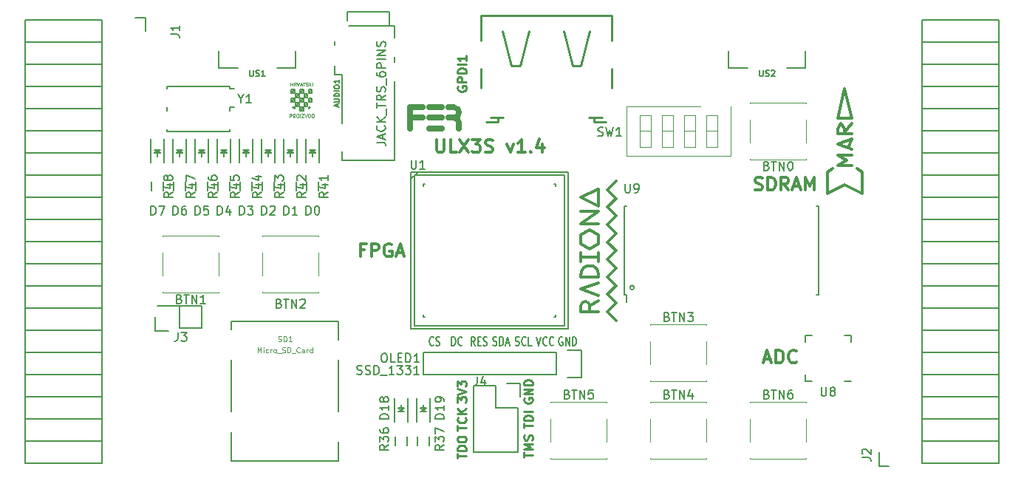
<source format=gto>
G04 #@! TF.FileFunction,Legend,Top*
%FSLAX46Y46*%
G04 Gerber Fmt 4.6, Leading zero omitted, Abs format (unit mm)*
G04 Created by KiCad (PCBNEW 4.0.7+dfsg1-1) date Tue Oct 31 16:12:04 2017*
%MOMM*%
%LPD*%
G01*
G04 APERTURE LIST*
%ADD10C,0.100000*%
%ADD11C,0.300000*%
%ADD12C,0.250000*%
%ADD13C,0.150000*%
%ADD14C,0.254000*%
%ADD15C,0.120000*%
%ADD16C,0.700000*%
%ADD17C,0.200000*%
%ADD18C,0.152400*%
%ADD19C,0.124460*%
%ADD20C,0.075000*%
G04 APERTURE END LIST*
D10*
D11*
X132442858Y-75076571D02*
X132442858Y-76290857D01*
X132514286Y-76433714D01*
X132585715Y-76505143D01*
X132728572Y-76576571D01*
X133014286Y-76576571D01*
X133157144Y-76505143D01*
X133228572Y-76433714D01*
X133300001Y-76290857D01*
X133300001Y-75076571D01*
X134728573Y-76576571D02*
X134014287Y-76576571D01*
X134014287Y-75076571D01*
X135085716Y-75076571D02*
X136085716Y-76576571D01*
X136085716Y-75076571D02*
X135085716Y-76576571D01*
X136514287Y-75076571D02*
X137442858Y-75076571D01*
X136942858Y-75648000D01*
X137157144Y-75648000D01*
X137300001Y-75719429D01*
X137371430Y-75790857D01*
X137442858Y-75933714D01*
X137442858Y-76290857D01*
X137371430Y-76433714D01*
X137300001Y-76505143D01*
X137157144Y-76576571D01*
X136728572Y-76576571D01*
X136585715Y-76505143D01*
X136514287Y-76433714D01*
X138014286Y-76505143D02*
X138228572Y-76576571D01*
X138585715Y-76576571D01*
X138728572Y-76505143D01*
X138800001Y-76433714D01*
X138871429Y-76290857D01*
X138871429Y-76148000D01*
X138800001Y-76005143D01*
X138728572Y-75933714D01*
X138585715Y-75862286D01*
X138300001Y-75790857D01*
X138157143Y-75719429D01*
X138085715Y-75648000D01*
X138014286Y-75505143D01*
X138014286Y-75362286D01*
X138085715Y-75219429D01*
X138157143Y-75148000D01*
X138300001Y-75076571D01*
X138657143Y-75076571D01*
X138871429Y-75148000D01*
X140514286Y-75576571D02*
X140871429Y-76576571D01*
X141228571Y-75576571D01*
X142585714Y-76576571D02*
X141728571Y-76576571D01*
X142157143Y-76576571D02*
X142157143Y-75076571D01*
X142014286Y-75290857D01*
X141871428Y-75433714D01*
X141728571Y-75505143D01*
X143228571Y-76433714D02*
X143299999Y-76505143D01*
X143228571Y-76576571D01*
X143157142Y-76505143D01*
X143228571Y-76433714D01*
X143228571Y-76576571D01*
X144585714Y-75576571D02*
X144585714Y-76576571D01*
X144228571Y-75005143D02*
X143871428Y-76076571D01*
X144800000Y-76076571D01*
X124175429Y-87728857D02*
X123675429Y-87728857D01*
X123675429Y-88514571D02*
X123675429Y-87014571D01*
X124389715Y-87014571D01*
X124961143Y-88514571D02*
X124961143Y-87014571D01*
X125532571Y-87014571D01*
X125675429Y-87086000D01*
X125746857Y-87157429D01*
X125818286Y-87300286D01*
X125818286Y-87514571D01*
X125746857Y-87657429D01*
X125675429Y-87728857D01*
X125532571Y-87800286D01*
X124961143Y-87800286D01*
X127246857Y-87086000D02*
X127104000Y-87014571D01*
X126889714Y-87014571D01*
X126675429Y-87086000D01*
X126532571Y-87228857D01*
X126461143Y-87371714D01*
X126389714Y-87657429D01*
X126389714Y-87871714D01*
X126461143Y-88157429D01*
X126532571Y-88300286D01*
X126675429Y-88443143D01*
X126889714Y-88514571D01*
X127032571Y-88514571D01*
X127246857Y-88443143D01*
X127318286Y-88371714D01*
X127318286Y-87871714D01*
X127032571Y-87871714D01*
X127889714Y-88086000D02*
X128604000Y-88086000D01*
X127746857Y-88514571D02*
X128246857Y-87014571D01*
X128746857Y-88514571D01*
X168903429Y-80823143D02*
X169117715Y-80894571D01*
X169474858Y-80894571D01*
X169617715Y-80823143D01*
X169689144Y-80751714D01*
X169760572Y-80608857D01*
X169760572Y-80466000D01*
X169689144Y-80323143D01*
X169617715Y-80251714D01*
X169474858Y-80180286D01*
X169189144Y-80108857D01*
X169046286Y-80037429D01*
X168974858Y-79966000D01*
X168903429Y-79823143D01*
X168903429Y-79680286D01*
X168974858Y-79537429D01*
X169046286Y-79466000D01*
X169189144Y-79394571D01*
X169546286Y-79394571D01*
X169760572Y-79466000D01*
X170403429Y-80894571D02*
X170403429Y-79394571D01*
X170760572Y-79394571D01*
X170974857Y-79466000D01*
X171117715Y-79608857D01*
X171189143Y-79751714D01*
X171260572Y-80037429D01*
X171260572Y-80251714D01*
X171189143Y-80537429D01*
X171117715Y-80680286D01*
X170974857Y-80823143D01*
X170760572Y-80894571D01*
X170403429Y-80894571D01*
X172760572Y-80894571D02*
X172260572Y-80180286D01*
X171903429Y-80894571D02*
X171903429Y-79394571D01*
X172474857Y-79394571D01*
X172617715Y-79466000D01*
X172689143Y-79537429D01*
X172760572Y-79680286D01*
X172760572Y-79894571D01*
X172689143Y-80037429D01*
X172617715Y-80108857D01*
X172474857Y-80180286D01*
X171903429Y-80180286D01*
X173332000Y-80466000D02*
X174046286Y-80466000D01*
X173189143Y-80894571D02*
X173689143Y-79394571D01*
X174189143Y-80894571D01*
X174689143Y-80894571D02*
X174689143Y-79394571D01*
X175189143Y-80466000D01*
X175689143Y-79394571D01*
X175689143Y-80894571D01*
X169966857Y-100278000D02*
X170681143Y-100278000D01*
X169824000Y-100706571D02*
X170324000Y-99206571D01*
X170824000Y-100706571D01*
X171324000Y-100706571D02*
X171324000Y-99206571D01*
X171681143Y-99206571D01*
X171895428Y-99278000D01*
X172038286Y-99420857D01*
X172109714Y-99563714D01*
X172181143Y-99849429D01*
X172181143Y-100063714D01*
X172109714Y-100349429D01*
X172038286Y-100492286D01*
X171895428Y-100635143D01*
X171681143Y-100706571D01*
X171324000Y-100706571D01*
X173681143Y-100563714D02*
X173609714Y-100635143D01*
X173395428Y-100706571D01*
X173252571Y-100706571D01*
X173038286Y-100635143D01*
X172895428Y-100492286D01*
X172824000Y-100349429D01*
X172752571Y-100063714D01*
X172752571Y-99849429D01*
X172824000Y-99563714D01*
X172895428Y-99420857D01*
X173038286Y-99278000D01*
X173252571Y-99206571D01*
X173395428Y-99206571D01*
X173609714Y-99278000D01*
X173681143Y-99349429D01*
D12*
X142447381Y-111521333D02*
X142447381Y-110949904D01*
X143447381Y-111235619D02*
X142447381Y-111235619D01*
X143447381Y-110616571D02*
X142447381Y-110616571D01*
X143161667Y-110283237D01*
X142447381Y-109949904D01*
X143447381Y-109949904D01*
X143399762Y-109521333D02*
X143447381Y-109378476D01*
X143447381Y-109140380D01*
X143399762Y-109045142D01*
X143352143Y-108997523D01*
X143256905Y-108949904D01*
X143161667Y-108949904D01*
X143066429Y-108997523D01*
X143018810Y-109045142D01*
X142971190Y-109140380D01*
X142923571Y-109330857D01*
X142875952Y-109426095D01*
X142828333Y-109473714D01*
X142733095Y-109521333D01*
X142637857Y-109521333D01*
X142542619Y-109473714D01*
X142495000Y-109426095D01*
X142447381Y-109330857D01*
X142447381Y-109092761D01*
X142495000Y-108949904D01*
X142447381Y-108163809D02*
X142447381Y-107592380D01*
X143447381Y-107878095D02*
X142447381Y-107878095D01*
X143447381Y-107259047D02*
X142447381Y-107259047D01*
X142447381Y-107020952D01*
X142495000Y-106878094D01*
X142590238Y-106782856D01*
X142685476Y-106735237D01*
X142875952Y-106687618D01*
X143018810Y-106687618D01*
X143209286Y-106735237D01*
X143304524Y-106782856D01*
X143399762Y-106878094D01*
X143447381Y-107020952D01*
X143447381Y-107259047D01*
X143447381Y-106259047D02*
X142447381Y-106259047D01*
X142495000Y-104726904D02*
X142447381Y-104822142D01*
X142447381Y-104964999D01*
X142495000Y-105107857D01*
X142590238Y-105203095D01*
X142685476Y-105250714D01*
X142875952Y-105298333D01*
X143018810Y-105298333D01*
X143209286Y-105250714D01*
X143304524Y-105203095D01*
X143399762Y-105107857D01*
X143447381Y-104964999D01*
X143447381Y-104869761D01*
X143399762Y-104726904D01*
X143352143Y-104679285D01*
X143018810Y-104679285D01*
X143018810Y-104869761D01*
X143447381Y-104250714D02*
X142447381Y-104250714D01*
X143447381Y-103679285D01*
X142447381Y-103679285D01*
X143447381Y-103203095D02*
X142447381Y-103203095D01*
X142447381Y-102965000D01*
X142495000Y-102822142D01*
X142590238Y-102726904D01*
X142685476Y-102679285D01*
X142875952Y-102631666D01*
X143018810Y-102631666D01*
X143209286Y-102679285D01*
X143304524Y-102726904D01*
X143399762Y-102822142D01*
X143447381Y-102965000D01*
X143447381Y-103203095D01*
X134827381Y-111624524D02*
X134827381Y-111053095D01*
X135827381Y-111338810D02*
X134827381Y-111338810D01*
X135827381Y-110719762D02*
X134827381Y-110719762D01*
X134827381Y-110481667D01*
X134875000Y-110338809D01*
X134970238Y-110243571D01*
X135065476Y-110195952D01*
X135255952Y-110148333D01*
X135398810Y-110148333D01*
X135589286Y-110195952D01*
X135684524Y-110243571D01*
X135779762Y-110338809D01*
X135827381Y-110481667D01*
X135827381Y-110719762D01*
X134827381Y-109529286D02*
X134827381Y-109338809D01*
X134875000Y-109243571D01*
X134970238Y-109148333D01*
X135160714Y-109100714D01*
X135494048Y-109100714D01*
X135684524Y-109148333D01*
X135779762Y-109243571D01*
X135827381Y-109338809D01*
X135827381Y-109529286D01*
X135779762Y-109624524D01*
X135684524Y-109719762D01*
X135494048Y-109767381D01*
X135160714Y-109767381D01*
X134970238Y-109719762D01*
X134875000Y-109624524D01*
X134827381Y-109529286D01*
X134827381Y-108425714D02*
X134827381Y-107854285D01*
X135827381Y-108140000D02*
X134827381Y-108140000D01*
X135732143Y-106949523D02*
X135779762Y-106997142D01*
X135827381Y-107139999D01*
X135827381Y-107235237D01*
X135779762Y-107378095D01*
X135684524Y-107473333D01*
X135589286Y-107520952D01*
X135398810Y-107568571D01*
X135255952Y-107568571D01*
X135065476Y-107520952D01*
X134970238Y-107473333D01*
X134875000Y-107378095D01*
X134827381Y-107235237D01*
X134827381Y-107139999D01*
X134875000Y-106997142D01*
X134922619Y-106949523D01*
X135827381Y-106520952D02*
X134827381Y-106520952D01*
X135827381Y-105949523D02*
X135255952Y-106378095D01*
X134827381Y-105949523D02*
X135398810Y-106520952D01*
X134827381Y-105203095D02*
X134827381Y-104584047D01*
X135208333Y-104917381D01*
X135208333Y-104774523D01*
X135255952Y-104679285D01*
X135303571Y-104631666D01*
X135398810Y-104584047D01*
X135636905Y-104584047D01*
X135732143Y-104631666D01*
X135779762Y-104679285D01*
X135827381Y-104774523D01*
X135827381Y-105060238D01*
X135779762Y-105155476D01*
X135732143Y-105203095D01*
X134827381Y-104298333D02*
X135827381Y-103965000D01*
X134827381Y-103631666D01*
X134827381Y-103393571D02*
X134827381Y-102774523D01*
X135208333Y-103107857D01*
X135208333Y-102964999D01*
X135255952Y-102869761D01*
X135303571Y-102822142D01*
X135398810Y-102774523D01*
X135636905Y-102774523D01*
X135732143Y-102822142D01*
X135779762Y-102869761D01*
X135827381Y-102964999D01*
X135827381Y-103250714D01*
X135779762Y-103345952D01*
X135732143Y-103393571D01*
D13*
X117480000Y-75060000D02*
X117480000Y-77760000D01*
X118980000Y-75060000D02*
X118980000Y-77760000D01*
X118080000Y-76560000D02*
X118330000Y-76560000D01*
X118330000Y-76560000D02*
X118180000Y-76410000D01*
X118580000Y-76310000D02*
X117880000Y-76310000D01*
X118230000Y-76660000D02*
X118230000Y-77010000D01*
X118230000Y-76310000D02*
X118580000Y-76660000D01*
X118580000Y-76660000D02*
X117880000Y-76660000D01*
X117880000Y-76660000D02*
X118230000Y-76310000D01*
X114940000Y-75060000D02*
X114940000Y-77760000D01*
X116440000Y-75060000D02*
X116440000Y-77760000D01*
X115540000Y-76560000D02*
X115790000Y-76560000D01*
X115790000Y-76560000D02*
X115640000Y-76410000D01*
X116040000Y-76310000D02*
X115340000Y-76310000D01*
X115690000Y-76660000D02*
X115690000Y-77010000D01*
X115690000Y-76310000D02*
X116040000Y-76660000D01*
X116040000Y-76660000D02*
X115340000Y-76660000D01*
X115340000Y-76660000D02*
X115690000Y-76310000D01*
X112400000Y-75060000D02*
X112400000Y-77760000D01*
X113900000Y-75060000D02*
X113900000Y-77760000D01*
X113000000Y-76560000D02*
X113250000Y-76560000D01*
X113250000Y-76560000D02*
X113100000Y-76410000D01*
X113500000Y-76310000D02*
X112800000Y-76310000D01*
X113150000Y-76660000D02*
X113150000Y-77010000D01*
X113150000Y-76310000D02*
X113500000Y-76660000D01*
X113500000Y-76660000D02*
X112800000Y-76660000D01*
X112800000Y-76660000D02*
X113150000Y-76310000D01*
X109860000Y-75060000D02*
X109860000Y-77760000D01*
X111360000Y-75060000D02*
X111360000Y-77760000D01*
X110460000Y-76560000D02*
X110710000Y-76560000D01*
X110710000Y-76560000D02*
X110560000Y-76410000D01*
X110960000Y-76310000D02*
X110260000Y-76310000D01*
X110610000Y-76660000D02*
X110610000Y-77010000D01*
X110610000Y-76310000D02*
X110960000Y-76660000D01*
X110960000Y-76660000D02*
X110260000Y-76660000D01*
X110260000Y-76660000D02*
X110610000Y-76310000D01*
X107320000Y-75060000D02*
X107320000Y-77760000D01*
X108820000Y-75060000D02*
X108820000Y-77760000D01*
X107920000Y-76560000D02*
X108170000Y-76560000D01*
X108170000Y-76560000D02*
X108020000Y-76410000D01*
X108420000Y-76310000D02*
X107720000Y-76310000D01*
X108070000Y-76660000D02*
X108070000Y-77010000D01*
X108070000Y-76310000D02*
X108420000Y-76660000D01*
X108420000Y-76660000D02*
X107720000Y-76660000D01*
X107720000Y-76660000D02*
X108070000Y-76310000D01*
X104780000Y-75060000D02*
X104780000Y-77760000D01*
X106280000Y-75060000D02*
X106280000Y-77760000D01*
X105380000Y-76560000D02*
X105630000Y-76560000D01*
X105630000Y-76560000D02*
X105480000Y-76410000D01*
X105880000Y-76310000D02*
X105180000Y-76310000D01*
X105530000Y-76660000D02*
X105530000Y-77010000D01*
X105530000Y-76310000D02*
X105880000Y-76660000D01*
X105880000Y-76660000D02*
X105180000Y-76660000D01*
X105180000Y-76660000D02*
X105530000Y-76310000D01*
X102240000Y-75060000D02*
X102240000Y-77760000D01*
X103740000Y-75060000D02*
X103740000Y-77760000D01*
X102840000Y-76560000D02*
X103090000Y-76560000D01*
X103090000Y-76560000D02*
X102940000Y-76410000D01*
X103340000Y-76310000D02*
X102640000Y-76310000D01*
X102990000Y-76660000D02*
X102990000Y-77010000D01*
X102990000Y-76310000D02*
X103340000Y-76660000D01*
X103340000Y-76660000D02*
X102640000Y-76660000D01*
X102640000Y-76660000D02*
X102990000Y-76310000D01*
X99700000Y-75060000D02*
X99700000Y-77760000D01*
X101200000Y-75060000D02*
X101200000Y-77760000D01*
X100300000Y-76560000D02*
X100550000Y-76560000D01*
X100550000Y-76560000D02*
X100400000Y-76410000D01*
X100800000Y-76310000D02*
X100100000Y-76310000D01*
X100450000Y-76660000D02*
X100450000Y-77010000D01*
X100450000Y-76310000D02*
X100800000Y-76660000D01*
X100800000Y-76660000D02*
X100100000Y-76660000D01*
X100100000Y-76660000D02*
X100450000Y-76310000D01*
X176180000Y-92880000D02*
X175980000Y-92880000D01*
X176180000Y-82720000D02*
X175980000Y-82720000D01*
X155080000Y-92050000D02*
G75*
G03X155080000Y-92050000I-250000J0D01*
G01*
X154180000Y-92880000D02*
X154180000Y-93700000D01*
X153980000Y-92880000D02*
X154180000Y-92880000D01*
X153980000Y-82720000D02*
X154180000Y-82720000D01*
X176190000Y-82720000D02*
X176190000Y-92880000D01*
X153970000Y-92880000D02*
X153970000Y-82720000D01*
X85270000Y-112220000D02*
X94100000Y-112220000D01*
X85270000Y-109680000D02*
X85270000Y-112220000D01*
X94100000Y-109680000D02*
X94100000Y-112220000D01*
X94100000Y-112220000D02*
X85270000Y-112220000D01*
X94100000Y-109680000D02*
X85270000Y-109680000D01*
X94100000Y-107140000D02*
X94100000Y-109680000D01*
X85270000Y-107140000D02*
X85270000Y-109680000D01*
X85270000Y-109680000D02*
X94100000Y-109680000D01*
X85270000Y-91900000D02*
X94100000Y-91900000D01*
X85270000Y-89360000D02*
X85270000Y-91900000D01*
X94100000Y-89360000D02*
X94100000Y-91900000D01*
X94100000Y-91900000D02*
X85270000Y-91900000D01*
X94100000Y-94440000D02*
X85270000Y-94440000D01*
X94100000Y-91900000D02*
X94100000Y-94440000D01*
X85270000Y-91900000D02*
X85270000Y-94440000D01*
X85270000Y-94440000D02*
X94100000Y-94440000D01*
X85270000Y-107140000D02*
X94100000Y-107140000D01*
X85270000Y-104600000D02*
X85270000Y-107140000D01*
X94100000Y-104600000D02*
X94100000Y-107140000D01*
X94100000Y-107140000D02*
X85270000Y-107140000D01*
X94100000Y-104600000D02*
X85270000Y-104600000D01*
X94100000Y-102060000D02*
X94100000Y-104600000D01*
X85270000Y-102060000D02*
X85270000Y-104600000D01*
X85270000Y-104600000D02*
X94100000Y-104600000D01*
X85270000Y-102060000D02*
X94100000Y-102060000D01*
X85270000Y-99520000D02*
X85270000Y-102060000D01*
X94100000Y-99520000D02*
X94100000Y-102060000D01*
X94100000Y-102060000D02*
X85270000Y-102060000D01*
X94100000Y-99520000D02*
X85270000Y-99520000D01*
X94100000Y-96980000D02*
X94100000Y-99520000D01*
X85270000Y-96980000D02*
X85270000Y-99520000D01*
X85270000Y-99520000D02*
X94100000Y-99520000D01*
X85270000Y-96980000D02*
X94100000Y-96980000D01*
X85270000Y-94440000D02*
X85270000Y-96980000D01*
X94100000Y-94440000D02*
X94100000Y-96980000D01*
X94100000Y-96980000D02*
X85270000Y-96980000D01*
X94100000Y-79200000D02*
X85270000Y-79200000D01*
X94100000Y-76660000D02*
X94100000Y-79200000D01*
X85270000Y-76660000D02*
X85270000Y-79200000D01*
X85270000Y-79200000D02*
X94100000Y-79200000D01*
X85270000Y-81740000D02*
X94100000Y-81740000D01*
X85270000Y-79200000D02*
X85270000Y-81740000D01*
X94100000Y-79200000D02*
X94100000Y-81740000D01*
X94100000Y-81740000D02*
X85270000Y-81740000D01*
X94100000Y-84280000D02*
X85270000Y-84280000D01*
X94100000Y-81740000D02*
X94100000Y-84280000D01*
X85270000Y-81740000D02*
X85270000Y-84280000D01*
X85270000Y-84280000D02*
X94100000Y-84280000D01*
X85270000Y-86820000D02*
X94100000Y-86820000D01*
X85270000Y-84280000D02*
X85270000Y-86820000D01*
X94100000Y-84280000D02*
X94100000Y-86820000D01*
X94100000Y-86820000D02*
X85270000Y-86820000D01*
X94100000Y-89360000D02*
X85270000Y-89360000D01*
X94100000Y-86820000D02*
X94100000Y-89360000D01*
X85270000Y-86820000D02*
X85270000Y-89360000D01*
X85270000Y-89360000D02*
X94100000Y-89360000D01*
X85270000Y-76660000D02*
X94100000Y-76660000D01*
X85270000Y-74120000D02*
X85270000Y-76660000D01*
X94100000Y-74120000D02*
X94100000Y-76660000D01*
X94100000Y-76660000D02*
X85270000Y-76660000D01*
X94100000Y-74120000D02*
X85270000Y-74120000D01*
X94100000Y-71580000D02*
X94100000Y-74120000D01*
X85270000Y-71580000D02*
X85270000Y-74120000D01*
X85270000Y-74120000D02*
X94100000Y-74120000D01*
X85270000Y-71580000D02*
X94100000Y-71580000D01*
X85270000Y-69040000D02*
X85270000Y-71580000D01*
X94100000Y-69040000D02*
X94100000Y-71580000D01*
X94100000Y-71580000D02*
X85270000Y-71580000D01*
X94100000Y-69040000D02*
X85270000Y-69040000D01*
X94100000Y-66500000D02*
X94100000Y-69040000D01*
X85270000Y-66500000D02*
X85270000Y-69040000D01*
X85270000Y-69040000D02*
X94100000Y-69040000D01*
X85270000Y-66500000D02*
X94100000Y-66500000D01*
X85270000Y-63960000D02*
X85270000Y-66500000D01*
X94100000Y-63960000D02*
X94100000Y-66500000D01*
X94100000Y-66500000D02*
X85270000Y-66500000D01*
X94100000Y-63960000D02*
X85270000Y-63960000D01*
X94100000Y-61420000D02*
X94100000Y-63960000D01*
X99060000Y-62690000D02*
X99060000Y-61140000D01*
X99060000Y-61140000D02*
X97910000Y-61140000D01*
X94100000Y-61420000D02*
X85270000Y-61420000D01*
X85270000Y-61420000D02*
X85270000Y-63960000D01*
X85270000Y-63960000D02*
X94100000Y-63960000D01*
X196910000Y-61420000D02*
X188080000Y-61420000D01*
X196910000Y-63960000D02*
X196910000Y-61420000D01*
X188080000Y-63960000D02*
X188080000Y-61420000D01*
X188080000Y-61420000D02*
X196910000Y-61420000D01*
X188080000Y-63960000D02*
X196910000Y-63960000D01*
X188080000Y-66500000D02*
X188080000Y-63960000D01*
X196910000Y-66500000D02*
X196910000Y-63960000D01*
X196910000Y-63960000D02*
X188080000Y-63960000D01*
X196910000Y-81740000D02*
X188080000Y-81740000D01*
X196910000Y-84280000D02*
X196910000Y-81740000D01*
X188080000Y-84280000D02*
X188080000Y-81740000D01*
X188080000Y-81740000D02*
X196910000Y-81740000D01*
X188080000Y-79200000D02*
X196910000Y-79200000D01*
X188080000Y-81740000D02*
X188080000Y-79200000D01*
X196910000Y-81740000D02*
X196910000Y-79200000D01*
X196910000Y-79200000D02*
X188080000Y-79200000D01*
X196910000Y-66500000D02*
X188080000Y-66500000D01*
X196910000Y-69040000D02*
X196910000Y-66500000D01*
X188080000Y-69040000D02*
X188080000Y-66500000D01*
X188080000Y-66500000D02*
X196910000Y-66500000D01*
X188080000Y-69040000D02*
X196910000Y-69040000D01*
X188080000Y-71580000D02*
X188080000Y-69040000D01*
X196910000Y-71580000D02*
X196910000Y-69040000D01*
X196910000Y-69040000D02*
X188080000Y-69040000D01*
X196910000Y-71580000D02*
X188080000Y-71580000D01*
X196910000Y-74120000D02*
X196910000Y-71580000D01*
X188080000Y-74120000D02*
X188080000Y-71580000D01*
X188080000Y-71580000D02*
X196910000Y-71580000D01*
X188080000Y-74120000D02*
X196910000Y-74120000D01*
X188080000Y-76660000D02*
X188080000Y-74120000D01*
X196910000Y-76660000D02*
X196910000Y-74120000D01*
X196910000Y-74120000D02*
X188080000Y-74120000D01*
X196910000Y-76660000D02*
X188080000Y-76660000D01*
X196910000Y-79200000D02*
X196910000Y-76660000D01*
X188080000Y-79200000D02*
X188080000Y-76660000D01*
X188080000Y-76660000D02*
X196910000Y-76660000D01*
X188080000Y-94440000D02*
X196910000Y-94440000D01*
X188080000Y-96980000D02*
X188080000Y-94440000D01*
X196910000Y-96980000D02*
X196910000Y-94440000D01*
X196910000Y-94440000D02*
X188080000Y-94440000D01*
X196910000Y-91900000D02*
X188080000Y-91900000D01*
X196910000Y-94440000D02*
X196910000Y-91900000D01*
X188080000Y-94440000D02*
X188080000Y-91900000D01*
X188080000Y-91900000D02*
X196910000Y-91900000D01*
X188080000Y-89360000D02*
X196910000Y-89360000D01*
X188080000Y-91900000D02*
X188080000Y-89360000D01*
X196910000Y-91900000D02*
X196910000Y-89360000D01*
X196910000Y-89360000D02*
X188080000Y-89360000D01*
X196910000Y-86820000D02*
X188080000Y-86820000D01*
X196910000Y-89360000D02*
X196910000Y-86820000D01*
X188080000Y-89360000D02*
X188080000Y-86820000D01*
X188080000Y-86820000D02*
X196910000Y-86820000D01*
X188080000Y-84280000D02*
X196910000Y-84280000D01*
X188080000Y-86820000D02*
X188080000Y-84280000D01*
X196910000Y-86820000D02*
X196910000Y-84280000D01*
X196910000Y-84280000D02*
X188080000Y-84280000D01*
X196910000Y-96980000D02*
X188080000Y-96980000D01*
X196910000Y-99520000D02*
X196910000Y-96980000D01*
X188080000Y-99520000D02*
X188080000Y-96980000D01*
X188080000Y-96980000D02*
X196910000Y-96980000D01*
X188080000Y-99520000D02*
X196910000Y-99520000D01*
X188080000Y-102060000D02*
X188080000Y-99520000D01*
X196910000Y-102060000D02*
X196910000Y-99520000D01*
X196910000Y-99520000D02*
X188080000Y-99520000D01*
X196910000Y-102060000D02*
X188080000Y-102060000D01*
X196910000Y-104600000D02*
X196910000Y-102060000D01*
X188080000Y-104600000D02*
X188080000Y-102060000D01*
X188080000Y-102060000D02*
X196910000Y-102060000D01*
X188080000Y-104600000D02*
X196910000Y-104600000D01*
X188080000Y-107140000D02*
X188080000Y-104600000D01*
X196910000Y-107140000D02*
X196910000Y-104600000D01*
X196910000Y-104600000D02*
X188080000Y-104600000D01*
X196910000Y-107140000D02*
X188080000Y-107140000D01*
X196910000Y-109680000D02*
X196910000Y-107140000D01*
X188080000Y-109680000D02*
X188080000Y-107140000D01*
X188080000Y-107140000D02*
X196910000Y-107140000D01*
X188080000Y-109680000D02*
X196910000Y-109680000D01*
X188080000Y-112220000D02*
X188080000Y-109680000D01*
X183120000Y-110950000D02*
X183120000Y-112500000D01*
X183120000Y-112500000D02*
X184270000Y-112500000D01*
X188080000Y-112220000D02*
X196910000Y-112220000D01*
X196910000Y-112220000D02*
X196910000Y-109680000D01*
X196910000Y-109680000D02*
X188080000Y-109680000D01*
X108724000Y-69280000D02*
X109274000Y-69280000D01*
X101524000Y-68980000D02*
X101524000Y-69280000D01*
X101524000Y-74180000D02*
X101524000Y-73880000D01*
X108724000Y-74180000D02*
X108724000Y-73880000D01*
X108724000Y-68980000D02*
X108724000Y-69280000D01*
X108724000Y-68980000D02*
X101524000Y-68980000D01*
X108724000Y-71380000D02*
X109274000Y-71380000D01*
X108724000Y-74180000D02*
X101524000Y-74180000D01*
X101524000Y-71380000D02*
X101524000Y-71780000D01*
X108724000Y-71380000D02*
X108724000Y-71780000D01*
X100170000Y-95456000D02*
X100170000Y-97006000D01*
X102990000Y-94186000D02*
X100450000Y-94186000D01*
X100170000Y-97006000D02*
X101720000Y-97006000D01*
X105530000Y-94186000D02*
X102990000Y-94186000D01*
X102990000Y-94186000D02*
X102990000Y-96726000D01*
X102990000Y-96726000D02*
X105530000Y-96726000D01*
X105530000Y-96726000D02*
X105530000Y-94186000D01*
X129140000Y-107470000D02*
X129140000Y-104770000D01*
X127640000Y-107470000D02*
X127640000Y-104770000D01*
X128540000Y-105970000D02*
X128290000Y-105970000D01*
X128290000Y-105970000D02*
X128440000Y-106120000D01*
X128040000Y-106220000D02*
X128740000Y-106220000D01*
X128390000Y-105870000D02*
X128390000Y-105520000D01*
X128390000Y-106220000D02*
X128040000Y-105870000D01*
X128040000Y-105870000D02*
X128740000Y-105870000D01*
X128740000Y-105870000D02*
X128390000Y-106220000D01*
X131680000Y-107470000D02*
X131680000Y-104770000D01*
X130180000Y-107470000D02*
X130180000Y-104770000D01*
X131080000Y-105970000D02*
X130830000Y-105970000D01*
X130830000Y-105970000D02*
X130980000Y-106120000D01*
X130580000Y-106220000D02*
X131280000Y-106220000D01*
X130930000Y-105870000D02*
X130930000Y-105520000D01*
X130930000Y-106220000D02*
X130580000Y-105870000D01*
X130580000Y-105870000D02*
X131280000Y-105870000D01*
X131280000Y-105870000D02*
X130930000Y-106220000D01*
X127715000Y-110180000D02*
X127715000Y-109180000D01*
X129065000Y-109180000D02*
X129065000Y-110180000D01*
X131605000Y-109180000D02*
X131605000Y-110180000D01*
X130255000Y-110180000D02*
X130255000Y-109180000D01*
X116280000Y-64925000D02*
X116280000Y-66925000D01*
X116280000Y-66925000D02*
X114130000Y-66925000D01*
X109630000Y-66925000D02*
X107480000Y-66925000D01*
X107480000Y-66925000D02*
X107480000Y-64975000D01*
X174700000Y-64925000D02*
X174700000Y-66925000D01*
X174700000Y-66925000D02*
X172550000Y-66925000D01*
X168050000Y-66925000D02*
X165900000Y-66925000D01*
X165900000Y-66925000D02*
X165900000Y-64975000D01*
X141725000Y-110950000D02*
X141725000Y-105870000D01*
X142005000Y-103050000D02*
X142005000Y-104600000D01*
X139185000Y-103330000D02*
X139185000Y-105870000D01*
X139185000Y-105870000D02*
X141725000Y-105870000D01*
X141725000Y-110950000D02*
X136645000Y-110950000D01*
X136645000Y-110950000D02*
X136645000Y-105870000D01*
X142005000Y-103050000D02*
X140455000Y-103050000D01*
X136645000Y-103330000D02*
X139185000Y-103330000D01*
X136645000Y-105870000D02*
X136645000Y-103330000D01*
X118905000Y-79970000D02*
X118905000Y-80970000D01*
X117555000Y-80970000D02*
X117555000Y-79970000D01*
X116365000Y-79970000D02*
X116365000Y-80970000D01*
X115015000Y-80970000D02*
X115015000Y-79970000D01*
X113825000Y-79970000D02*
X113825000Y-80970000D01*
X112475000Y-80970000D02*
X112475000Y-79970000D01*
X111285000Y-79970000D02*
X111285000Y-80970000D01*
X109935000Y-80970000D02*
X109935000Y-79970000D01*
X108745000Y-79970000D02*
X108745000Y-80970000D01*
X107395000Y-80970000D02*
X107395000Y-79970000D01*
X106205000Y-79970000D02*
X106205000Y-80970000D01*
X104855000Y-80970000D02*
X104855000Y-79970000D01*
X103665000Y-79970000D02*
X103665000Y-80970000D01*
X102315000Y-80970000D02*
X102315000Y-79970000D01*
X101125000Y-79970000D02*
X101125000Y-80970000D01*
X99775000Y-80970000D02*
X99775000Y-79970000D01*
X174660000Y-102780000D02*
X174660000Y-102030000D01*
X179910000Y-97530000D02*
X179910000Y-98280000D01*
X174660000Y-97530000D02*
X174660000Y-98280000D01*
X179910000Y-102780000D02*
X179160000Y-102780000D01*
X179910000Y-97530000D02*
X179160000Y-97530000D01*
X174660000Y-97530000D02*
X175410000Y-97530000D01*
X174660000Y-102780000D02*
X175410000Y-102780000D01*
X146170000Y-99520000D02*
X130930000Y-99520000D01*
X130930000Y-99520000D02*
X130930000Y-102060000D01*
X130930000Y-102060000D02*
X146170000Y-102060000D01*
X148990000Y-99240000D02*
X147440000Y-99240000D01*
X146170000Y-99520000D02*
X146170000Y-102060000D01*
X147440000Y-102340000D02*
X148990000Y-102340000D01*
X148990000Y-102340000D02*
X148990000Y-99240000D01*
X122180000Y-60440000D02*
X122180000Y-61440000D01*
X126980000Y-60440000D02*
X122180000Y-60440000D01*
X126980000Y-62040000D02*
X126980000Y-60440000D01*
X127580000Y-62040000D02*
X122380000Y-62040000D01*
X120780000Y-64240000D02*
X120780000Y-63840000D01*
X120780000Y-67640000D02*
X120780000Y-66640000D01*
X121580000Y-67640000D02*
X120780000Y-67640000D01*
X121580000Y-73240000D02*
X121580000Y-67640000D01*
X121580000Y-77440000D02*
X121580000Y-76440000D01*
X127580000Y-77440000D02*
X121580000Y-77440000D01*
X127580000Y-68440000D02*
X127580000Y-77440000D01*
X127580000Y-65640000D02*
X127580000Y-66240000D01*
X127580000Y-62040000D02*
X127580000Y-63440000D01*
D14*
X151378260Y-72548160D02*
X150479100Y-72548160D01*
X150479100Y-72548160D02*
X149879660Y-72548160D01*
X140080340Y-72548160D02*
X139480900Y-72548160D01*
X139480900Y-72548160D02*
X138581740Y-72548160D01*
X137481920Y-69149640D02*
X137481920Y-66998260D01*
X137481920Y-63800400D02*
X137481920Y-60892100D01*
X137481920Y-60892100D02*
X152478080Y-60892100D01*
X152478080Y-60892100D02*
X152478080Y-63800400D01*
X152478080Y-66998260D02*
X152478080Y-69149640D01*
X138106760Y-73048540D02*
X139480900Y-73048540D01*
X139480900Y-73048540D02*
X139480900Y-72548160D01*
X150479100Y-72548160D02*
X150479100Y-73048540D01*
X150479100Y-73048540D02*
X151865940Y-73048540D01*
X142981020Y-62632000D02*
X141980260Y-66632500D01*
X141980260Y-66632500D02*
X140982040Y-66632500D01*
X140982040Y-66632500D02*
X139981280Y-62632000D01*
X146978980Y-62632000D02*
X147979740Y-66632500D01*
X147979740Y-66632500D02*
X148977960Y-66632500D01*
X148977960Y-66632500D02*
X149978720Y-62632000D01*
D15*
X168340000Y-77350000D02*
X168340000Y-77320000D01*
X168340000Y-70890000D02*
X168340000Y-70920000D01*
X174800000Y-70890000D02*
X174800000Y-70920000D01*
X174800000Y-77320000D02*
X174800000Y-77350000D01*
X168340000Y-75420000D02*
X168340000Y-72820000D01*
X174800000Y-77350000D02*
X168340000Y-77350000D01*
X174800000Y-75420000D02*
X174800000Y-72820000D01*
X174800000Y-70890000D02*
X168340000Y-70890000D01*
X107490000Y-86130000D02*
X107490000Y-86160000D01*
X107490000Y-92590000D02*
X107490000Y-92560000D01*
X101030000Y-92590000D02*
X101030000Y-92560000D01*
X101030000Y-86160000D02*
X101030000Y-86130000D01*
X107490000Y-88060000D02*
X107490000Y-90660000D01*
X101030000Y-86130000D02*
X107490000Y-86130000D01*
X101030000Y-88060000D02*
X101030000Y-90660000D01*
X101030000Y-92590000D02*
X107490000Y-92590000D01*
X118920000Y-86130000D02*
X118920000Y-86160000D01*
X118920000Y-92590000D02*
X118920000Y-92560000D01*
X112460000Y-92590000D02*
X112460000Y-92560000D01*
X112460000Y-86160000D02*
X112460000Y-86130000D01*
X118920000Y-88060000D02*
X118920000Y-90660000D01*
X112460000Y-86130000D02*
X118920000Y-86130000D01*
X112460000Y-88060000D02*
X112460000Y-90660000D01*
X112460000Y-92590000D02*
X118920000Y-92590000D01*
X163370000Y-96290000D02*
X163370000Y-96320000D01*
X163370000Y-102750000D02*
X163370000Y-102720000D01*
X156910000Y-102750000D02*
X156910000Y-102720000D01*
X156910000Y-96320000D02*
X156910000Y-96290000D01*
X163370000Y-98220000D02*
X163370000Y-100820000D01*
X156910000Y-96290000D02*
X163370000Y-96290000D01*
X156910000Y-98220000D02*
X156910000Y-100820000D01*
X156910000Y-102750000D02*
X163370000Y-102750000D01*
X156910000Y-111640000D02*
X156910000Y-111610000D01*
X156910000Y-105180000D02*
X156910000Y-105210000D01*
X163370000Y-105180000D02*
X163370000Y-105210000D01*
X163370000Y-111610000D02*
X163370000Y-111640000D01*
X156910000Y-109710000D02*
X156910000Y-107110000D01*
X163370000Y-111640000D02*
X156910000Y-111640000D01*
X163370000Y-109710000D02*
X163370000Y-107110000D01*
X163370000Y-105180000D02*
X156910000Y-105180000D01*
X145480000Y-111640000D02*
X145480000Y-111610000D01*
X145480000Y-105180000D02*
X145480000Y-105210000D01*
X151940000Y-105180000D02*
X151940000Y-105210000D01*
X151940000Y-111610000D02*
X151940000Y-111640000D01*
X145480000Y-109710000D02*
X145480000Y-107110000D01*
X151940000Y-111640000D02*
X145480000Y-111640000D01*
X151940000Y-109710000D02*
X151940000Y-107110000D01*
X151940000Y-105180000D02*
X145480000Y-105180000D01*
X168340000Y-111640000D02*
X168340000Y-111610000D01*
X168340000Y-105180000D02*
X168340000Y-105210000D01*
X174800000Y-105180000D02*
X174800000Y-105210000D01*
X174800000Y-111610000D02*
X174800000Y-111640000D01*
X168340000Y-109710000D02*
X168340000Y-107110000D01*
X174800000Y-111640000D02*
X168340000Y-111640000D01*
X174800000Y-109710000D02*
X174800000Y-107110000D01*
X174800000Y-105180000D02*
X168340000Y-105180000D01*
X166120000Y-71275000D02*
X166120000Y-76965000D01*
X166120000Y-76965000D02*
X154160000Y-76965000D01*
X154160000Y-76965000D02*
X154160000Y-71275000D01*
X154160000Y-71275000D02*
X162680000Y-71275000D01*
X164585000Y-72310000D02*
X163315000Y-72310000D01*
X163315000Y-72310000D02*
X163315000Y-75930000D01*
X163315000Y-75930000D02*
X164585000Y-75930000D01*
X164585000Y-75930000D02*
X164585000Y-72310000D01*
X164585000Y-74120000D02*
X163315000Y-74120000D01*
X162045000Y-72310000D02*
X160775000Y-72310000D01*
X160775000Y-72310000D02*
X160775000Y-75930000D01*
X160775000Y-75930000D02*
X162045000Y-75930000D01*
X162045000Y-75930000D02*
X162045000Y-72310000D01*
X162045000Y-74120000D02*
X160775000Y-74120000D01*
X159505000Y-72310000D02*
X158235000Y-72310000D01*
X158235000Y-72310000D02*
X158235000Y-75930000D01*
X158235000Y-75930000D02*
X159505000Y-75930000D01*
X159505000Y-75930000D02*
X159505000Y-72310000D01*
X159505000Y-74120000D02*
X158235000Y-74120000D01*
X156965000Y-72310000D02*
X155695000Y-72310000D01*
X155695000Y-72310000D02*
X155695000Y-75930000D01*
X155695000Y-75930000D02*
X156965000Y-75930000D01*
X156965000Y-75930000D02*
X156965000Y-72310000D01*
X156965000Y-74120000D02*
X155695000Y-74120000D01*
D13*
X130880000Y-80200000D02*
X131080000Y-80200000D01*
X130880000Y-80400000D02*
X130880000Y-80200000D01*
X146080000Y-80200000D02*
X146080000Y-80400000D01*
X145880000Y-80200000D02*
X146080000Y-80200000D01*
X146080000Y-95400000D02*
X146080000Y-95200000D01*
X145880000Y-95400000D02*
X146080000Y-95400000D01*
X130880000Y-95400000D02*
X131080000Y-95400000D01*
X130880000Y-95200000D02*
X130880000Y-95400000D01*
X130280000Y-78800000D02*
X129480000Y-79600000D01*
X129480000Y-96800000D02*
X129480000Y-78800000D01*
X147480000Y-96800000D02*
X129480000Y-96800000D01*
X147480000Y-78800000D02*
X147480000Y-96800000D01*
X129480000Y-78800000D02*
X147480000Y-78800000D01*
X129880000Y-96400000D02*
X129880000Y-79200000D01*
X147080000Y-96400000D02*
X129880000Y-96400000D01*
X147080000Y-79200000D02*
X147080000Y-96400000D01*
X129880000Y-79200000D02*
X147080000Y-79200000D01*
X121205000Y-111915000D02*
X121205000Y-109765000D01*
X108905000Y-111915000D02*
X121205000Y-111915000D01*
X108905000Y-108665000D02*
X108905000Y-111915000D01*
X108905000Y-100365000D02*
X108905000Y-106265000D01*
X121205000Y-106265000D02*
X121205000Y-100365000D01*
X108905000Y-95965000D02*
X108905000Y-96865000D01*
X121205000Y-95965000D02*
X108905000Y-95965000D01*
X121205000Y-98015000D02*
X121205000Y-95965000D01*
D11*
X149980000Y-94836000D02*
X149980000Y-94136000D01*
X148980000Y-94836000D02*
X148980000Y-94136000D01*
X151980000Y-80836000D02*
X152980000Y-79836000D01*
X152980000Y-81836000D02*
X151980000Y-80836000D01*
X151980000Y-82836000D02*
X152980000Y-81836000D01*
X152980000Y-83836000D02*
X151980000Y-82836000D01*
X151980000Y-84836000D02*
X152980000Y-83836000D01*
X152980000Y-85836000D02*
X151980000Y-84836000D01*
X151980000Y-86836000D02*
X152980000Y-85836000D01*
X152980000Y-87836000D02*
X151980000Y-86836000D01*
X151980000Y-88836000D02*
X152980000Y-87836000D01*
X152980000Y-89836000D02*
X151980000Y-88836000D01*
X151980000Y-90836000D02*
X152980000Y-89836000D01*
X152980000Y-91836000D02*
X151980000Y-90836000D01*
X151980000Y-92836000D02*
X152980000Y-91836000D01*
X152980000Y-93836000D02*
X151980000Y-92836000D01*
X151980000Y-94836000D02*
X152980000Y-93836000D01*
X152980000Y-95836000D02*
X151980000Y-94836000D01*
X150980000Y-90836000D02*
X150980000Y-90536000D01*
X148980000Y-90836000D02*
X148980000Y-90536000D01*
X148980000Y-89036000D02*
X148980000Y-88036000D01*
X150980000Y-89036000D02*
X150980000Y-88036000D01*
X150980000Y-83336000D02*
X148980000Y-83336000D01*
X148980000Y-84736000D02*
X150980000Y-83336000D01*
X149980000Y-94136000D02*
X150980000Y-93536000D01*
X149980000Y-85436000D02*
X150980000Y-86036000D01*
X148980000Y-86036000D02*
X149980000Y-85436000D01*
X149980000Y-87636000D02*
X148980000Y-87036000D01*
X150980000Y-87036000D02*
X149980000Y-87636000D01*
X148980000Y-86036000D02*
X148980000Y-87036000D01*
X150980000Y-87036000D02*
X150980000Y-86036000D01*
X150980000Y-80736000D02*
X150980000Y-82736000D01*
X148980000Y-81736000D02*
X150980000Y-80736000D01*
X150980000Y-82736000D02*
X148980000Y-81736000D01*
X150980000Y-84736000D02*
X148980000Y-84736000D01*
X148980000Y-88536000D02*
X150980000Y-88536000D01*
X150980000Y-90536000D02*
G75*
G03X148980000Y-90536000I-1000000J0D01*
G01*
X150980000Y-90836000D02*
X148980000Y-90836000D01*
X148980000Y-92236000D02*
X150980000Y-91536000D01*
X150980000Y-92936000D02*
X148980000Y-92236000D01*
X149980000Y-94136000D02*
G75*
G03X148980000Y-94136000I-500000J0D01*
G01*
X150980000Y-94836000D02*
X148980000Y-94836000D01*
X178390000Y-76844000D02*
X179990000Y-76844000D01*
X179390000Y-77444000D02*
X178390000Y-76844000D01*
X178390000Y-78044000D02*
X179390000Y-77444000D01*
X179990000Y-78044000D02*
X178390000Y-78044000D01*
X181190000Y-78844000D02*
X180590000Y-78444000D01*
X177190000Y-78844000D02*
X177790000Y-78444000D01*
X177190000Y-81244000D02*
X177190000Y-78844000D01*
X179190000Y-69244000D02*
X178390000Y-72644000D01*
X179990000Y-72644000D02*
X179190000Y-69244000D01*
X178390000Y-72644000D02*
X179990000Y-72644000D01*
X179190000Y-74244000D02*
X179990000Y-73244000D01*
X179190000Y-73844000D02*
X179190000Y-74444000D01*
X178790000Y-73244000D02*
X179190000Y-73844000D01*
X178390000Y-73844000D02*
X178790000Y-73244000D01*
X178390000Y-74444000D02*
X178390000Y-73844000D01*
X178390000Y-74444000D02*
X179990000Y-74444000D01*
X179990000Y-75044000D02*
X179590000Y-76044000D01*
X178390000Y-75644000D02*
X179990000Y-75044000D01*
X179990000Y-76244000D02*
X178390000Y-75644000D01*
X181190000Y-81244000D02*
X181190000Y-78844000D01*
X179190000Y-80244000D02*
X181190000Y-81244000D01*
X177190000Y-81244000D02*
X179190000Y-80244000D01*
D16*
X135000000Y-73196000D02*
X135000000Y-73796000D01*
X135000000Y-73196000D02*
G75*
G03X134400000Y-72596000I-600000J0D01*
G01*
X134400000Y-72596000D02*
G75*
G03X134400000Y-71396000I0J600000D01*
G01*
X133800000Y-72596000D02*
X134400000Y-72596000D01*
X133800000Y-71396000D02*
X134400000Y-71396000D01*
X129400000Y-71396000D02*
X129400000Y-73796000D01*
X131600000Y-73796000D02*
X133000000Y-73796000D01*
X131600000Y-72596000D02*
X133000000Y-72596000D01*
X131600000Y-71396000D02*
X133000000Y-71396000D01*
X129400000Y-71396000D02*
X130800000Y-71396000D01*
X129400000Y-72596000D02*
X130800000Y-72596000D01*
D17*
X115760000Y-70764000D02*
X116160000Y-70364000D01*
X115760000Y-69764000D02*
X116160000Y-69364000D01*
X116260000Y-70264000D02*
X116660000Y-69864000D01*
X116760000Y-69764000D02*
X117160000Y-69364000D01*
X117760000Y-69764000D02*
X118160000Y-69364000D01*
X117260000Y-70264000D02*
X117660000Y-69864000D01*
X116760000Y-70764000D02*
X117160000Y-70364000D01*
X116260000Y-71264000D02*
X116660000Y-70864000D01*
X117760000Y-70764000D02*
X118160000Y-70364000D01*
X117260000Y-71264000D02*
X117660000Y-70864000D01*
X116760000Y-71764000D02*
X117160000Y-71364000D01*
X117960000Y-71364000D02*
X117760000Y-71364000D01*
X117760000Y-71564000D02*
X117960000Y-71364000D01*
X117760000Y-71364000D02*
X117760000Y-71564000D01*
X117160000Y-71364000D02*
X116760000Y-71364000D01*
X117160000Y-71764000D02*
X117160000Y-71364000D01*
X116760000Y-71764000D02*
X117160000Y-71764000D01*
X116760000Y-71364000D02*
X116760000Y-71764000D01*
X116160000Y-71564000D02*
X115960000Y-71364000D01*
X116160000Y-71364000D02*
X116160000Y-71564000D01*
X115960000Y-71364000D02*
X116160000Y-71364000D01*
X117260000Y-71264000D02*
X117260000Y-70864000D01*
X117660000Y-71264000D02*
X117260000Y-71264000D01*
X117660000Y-70864000D02*
X117660000Y-71264000D01*
X117260000Y-70864000D02*
X117660000Y-70864000D01*
X116260000Y-71264000D02*
X116260000Y-70864000D01*
X116660000Y-71264000D02*
X116260000Y-71264000D01*
X116660000Y-70864000D02*
X116660000Y-71264000D01*
X116260000Y-70864000D02*
X116660000Y-70864000D01*
X118160000Y-70364000D02*
X117760000Y-70364000D01*
X118160000Y-70764000D02*
X118160000Y-70364000D01*
X117760000Y-70764000D02*
X118160000Y-70764000D01*
X117760000Y-70364000D02*
X117760000Y-70764000D01*
X117160000Y-70364000D02*
X116760000Y-70364000D01*
X117160000Y-70764000D02*
X117160000Y-70364000D01*
X116760000Y-70764000D02*
X117160000Y-70764000D01*
X116760000Y-70364000D02*
X116760000Y-70764000D01*
X115760000Y-70764000D02*
X115760000Y-70364000D01*
X116160000Y-70764000D02*
X115760000Y-70764000D01*
X116160000Y-70364000D02*
X116160000Y-70764000D01*
X115760000Y-70364000D02*
X116160000Y-70364000D01*
X117660000Y-69864000D02*
X117260000Y-69864000D01*
X117660000Y-70264000D02*
X117660000Y-69864000D01*
X117260000Y-70264000D02*
X117660000Y-70264000D01*
X117260000Y-69864000D02*
X117260000Y-70264000D01*
X116660000Y-69864000D02*
X116260000Y-69864000D01*
X116660000Y-70264000D02*
X116660000Y-69864000D01*
X116260000Y-70264000D02*
X116660000Y-70264000D01*
X116260000Y-69864000D02*
X116260000Y-70264000D01*
X118160000Y-69364000D02*
X117760000Y-69364000D01*
X118160000Y-69764000D02*
X118160000Y-69364000D01*
X117760000Y-69764000D02*
X118160000Y-69764000D01*
X117760000Y-69364000D02*
X117760000Y-69764000D01*
X116760000Y-69764000D02*
X116760000Y-69364000D01*
X117160000Y-69764000D02*
X116760000Y-69764000D01*
X117160000Y-69364000D02*
X117160000Y-69764000D01*
X116760000Y-69364000D02*
X117160000Y-69364000D01*
X115760000Y-69764000D02*
X115760000Y-69364000D01*
X116160000Y-69764000D02*
X115760000Y-69764000D01*
X116160000Y-69364000D02*
X116160000Y-69764000D01*
X115760000Y-69364000D02*
X116160000Y-69364000D01*
D13*
X117491905Y-83716381D02*
X117491905Y-82716381D01*
X117730000Y-82716381D01*
X117872858Y-82764000D01*
X117968096Y-82859238D01*
X118015715Y-82954476D01*
X118063334Y-83144952D01*
X118063334Y-83287810D01*
X118015715Y-83478286D01*
X117968096Y-83573524D01*
X117872858Y-83668762D01*
X117730000Y-83716381D01*
X117491905Y-83716381D01*
X118682381Y-82716381D02*
X118777620Y-82716381D01*
X118872858Y-82764000D01*
X118920477Y-82811619D01*
X118968096Y-82906857D01*
X119015715Y-83097333D01*
X119015715Y-83335429D01*
X118968096Y-83525905D01*
X118920477Y-83621143D01*
X118872858Y-83668762D01*
X118777620Y-83716381D01*
X118682381Y-83716381D01*
X118587143Y-83668762D01*
X118539524Y-83621143D01*
X118491905Y-83525905D01*
X118444286Y-83335429D01*
X118444286Y-83097333D01*
X118491905Y-82906857D01*
X118539524Y-82811619D01*
X118587143Y-82764000D01*
X118682381Y-82716381D01*
X114951905Y-83716381D02*
X114951905Y-82716381D01*
X115190000Y-82716381D01*
X115332858Y-82764000D01*
X115428096Y-82859238D01*
X115475715Y-82954476D01*
X115523334Y-83144952D01*
X115523334Y-83287810D01*
X115475715Y-83478286D01*
X115428096Y-83573524D01*
X115332858Y-83668762D01*
X115190000Y-83716381D01*
X114951905Y-83716381D01*
X116475715Y-83716381D02*
X115904286Y-83716381D01*
X116190000Y-83716381D02*
X116190000Y-82716381D01*
X116094762Y-82859238D01*
X115999524Y-82954476D01*
X115904286Y-83002095D01*
X112411905Y-83716381D02*
X112411905Y-82716381D01*
X112650000Y-82716381D01*
X112792858Y-82764000D01*
X112888096Y-82859238D01*
X112935715Y-82954476D01*
X112983334Y-83144952D01*
X112983334Y-83287810D01*
X112935715Y-83478286D01*
X112888096Y-83573524D01*
X112792858Y-83668762D01*
X112650000Y-83716381D01*
X112411905Y-83716381D01*
X113364286Y-82811619D02*
X113411905Y-82764000D01*
X113507143Y-82716381D01*
X113745239Y-82716381D01*
X113840477Y-82764000D01*
X113888096Y-82811619D01*
X113935715Y-82906857D01*
X113935715Y-83002095D01*
X113888096Y-83144952D01*
X113316667Y-83716381D01*
X113935715Y-83716381D01*
X109871905Y-83716381D02*
X109871905Y-82716381D01*
X110110000Y-82716381D01*
X110252858Y-82764000D01*
X110348096Y-82859238D01*
X110395715Y-82954476D01*
X110443334Y-83144952D01*
X110443334Y-83287810D01*
X110395715Y-83478286D01*
X110348096Y-83573524D01*
X110252858Y-83668762D01*
X110110000Y-83716381D01*
X109871905Y-83716381D01*
X110776667Y-82716381D02*
X111395715Y-82716381D01*
X111062381Y-83097333D01*
X111205239Y-83097333D01*
X111300477Y-83144952D01*
X111348096Y-83192571D01*
X111395715Y-83287810D01*
X111395715Y-83525905D01*
X111348096Y-83621143D01*
X111300477Y-83668762D01*
X111205239Y-83716381D01*
X110919524Y-83716381D01*
X110824286Y-83668762D01*
X110776667Y-83621143D01*
X107331905Y-83716381D02*
X107331905Y-82716381D01*
X107570000Y-82716381D01*
X107712858Y-82764000D01*
X107808096Y-82859238D01*
X107855715Y-82954476D01*
X107903334Y-83144952D01*
X107903334Y-83287810D01*
X107855715Y-83478286D01*
X107808096Y-83573524D01*
X107712858Y-83668762D01*
X107570000Y-83716381D01*
X107331905Y-83716381D01*
X108760477Y-83049714D02*
X108760477Y-83716381D01*
X108522381Y-82668762D02*
X108284286Y-83383048D01*
X108903334Y-83383048D01*
X104791905Y-83716381D02*
X104791905Y-82716381D01*
X105030000Y-82716381D01*
X105172858Y-82764000D01*
X105268096Y-82859238D01*
X105315715Y-82954476D01*
X105363334Y-83144952D01*
X105363334Y-83287810D01*
X105315715Y-83478286D01*
X105268096Y-83573524D01*
X105172858Y-83668762D01*
X105030000Y-83716381D01*
X104791905Y-83716381D01*
X106268096Y-82716381D02*
X105791905Y-82716381D01*
X105744286Y-83192571D01*
X105791905Y-83144952D01*
X105887143Y-83097333D01*
X106125239Y-83097333D01*
X106220477Y-83144952D01*
X106268096Y-83192571D01*
X106315715Y-83287810D01*
X106315715Y-83525905D01*
X106268096Y-83621143D01*
X106220477Y-83668762D01*
X106125239Y-83716381D01*
X105887143Y-83716381D01*
X105791905Y-83668762D01*
X105744286Y-83621143D01*
X102251905Y-83716381D02*
X102251905Y-82716381D01*
X102490000Y-82716381D01*
X102632858Y-82764000D01*
X102728096Y-82859238D01*
X102775715Y-82954476D01*
X102823334Y-83144952D01*
X102823334Y-83287810D01*
X102775715Y-83478286D01*
X102728096Y-83573524D01*
X102632858Y-83668762D01*
X102490000Y-83716381D01*
X102251905Y-83716381D01*
X103680477Y-82716381D02*
X103490000Y-82716381D01*
X103394762Y-82764000D01*
X103347143Y-82811619D01*
X103251905Y-82954476D01*
X103204286Y-83144952D01*
X103204286Y-83525905D01*
X103251905Y-83621143D01*
X103299524Y-83668762D01*
X103394762Y-83716381D01*
X103585239Y-83716381D01*
X103680477Y-83668762D01*
X103728096Y-83621143D01*
X103775715Y-83525905D01*
X103775715Y-83287810D01*
X103728096Y-83192571D01*
X103680477Y-83144952D01*
X103585239Y-83097333D01*
X103394762Y-83097333D01*
X103299524Y-83144952D01*
X103251905Y-83192571D01*
X103204286Y-83287810D01*
X99711905Y-83716381D02*
X99711905Y-82716381D01*
X99950000Y-82716381D01*
X100092858Y-82764000D01*
X100188096Y-82859238D01*
X100235715Y-82954476D01*
X100283334Y-83144952D01*
X100283334Y-83287810D01*
X100235715Y-83478286D01*
X100188096Y-83573524D01*
X100092858Y-83668762D01*
X99950000Y-83716381D01*
X99711905Y-83716381D01*
X100616667Y-82716381D02*
X101283334Y-82716381D01*
X100854762Y-83716381D01*
X154044095Y-80176381D02*
X154044095Y-80985905D01*
X154091714Y-81081143D01*
X154139333Y-81128762D01*
X154234571Y-81176381D01*
X154425048Y-81176381D01*
X154520286Y-81128762D01*
X154567905Y-81081143D01*
X154615524Y-80985905D01*
X154615524Y-80176381D01*
X155139333Y-81176381D02*
X155329809Y-81176381D01*
X155425048Y-81128762D01*
X155472667Y-81081143D01*
X155567905Y-80938286D01*
X155615524Y-80747810D01*
X155615524Y-80366857D01*
X155567905Y-80271619D01*
X155520286Y-80224000D01*
X155425048Y-80176381D01*
X155234571Y-80176381D01*
X155139333Y-80224000D01*
X155091714Y-80271619D01*
X155044095Y-80366857D01*
X155044095Y-80604952D01*
X155091714Y-80700190D01*
X155139333Y-80747810D01*
X155234571Y-80795429D01*
X155425048Y-80795429D01*
X155520286Y-80747810D01*
X155567905Y-80700190D01*
X155615524Y-80604952D01*
X101962381Y-63023333D02*
X102676667Y-63023333D01*
X102819524Y-63070953D01*
X102914762Y-63166191D01*
X102962381Y-63309048D01*
X102962381Y-63404286D01*
X102962381Y-62023333D02*
X102962381Y-62594762D01*
X102962381Y-62309048D02*
X101962381Y-62309048D01*
X102105238Y-62404286D01*
X102200476Y-62499524D01*
X102248095Y-62594762D01*
X181182381Y-111537333D02*
X181896667Y-111537333D01*
X182039524Y-111584953D01*
X182134762Y-111680191D01*
X182182381Y-111823048D01*
X182182381Y-111918286D01*
X181277619Y-111108762D02*
X181230000Y-111061143D01*
X181182381Y-110965905D01*
X181182381Y-110727809D01*
X181230000Y-110632571D01*
X181277619Y-110584952D01*
X181372857Y-110537333D01*
X181468095Y-110537333D01*
X181610952Y-110584952D01*
X182182381Y-111156381D01*
X182182381Y-110537333D01*
X110006809Y-70413190D02*
X110006809Y-70889381D01*
X109673476Y-69889381D02*
X110006809Y-70413190D01*
X110340143Y-69889381D01*
X111197286Y-70889381D02*
X110625857Y-70889381D01*
X110911571Y-70889381D02*
X110911571Y-69889381D01*
X110816333Y-70032238D01*
X110721095Y-70127476D01*
X110625857Y-70175095D01*
X102783667Y-97194381D02*
X102783667Y-97908667D01*
X102736047Y-98051524D01*
X102640809Y-98146762D01*
X102497952Y-98194381D01*
X102402714Y-98194381D01*
X103164619Y-97194381D02*
X103783667Y-97194381D01*
X103450333Y-97575333D01*
X103593191Y-97575333D01*
X103688429Y-97622952D01*
X103736048Y-97670571D01*
X103783667Y-97765810D01*
X103783667Y-98003905D01*
X103736048Y-98099143D01*
X103688429Y-98146762D01*
X103593191Y-98194381D01*
X103307476Y-98194381D01*
X103212238Y-98146762D01*
X103164619Y-98099143D01*
X126937381Y-107084286D02*
X125937381Y-107084286D01*
X125937381Y-106846191D01*
X125985000Y-106703333D01*
X126080238Y-106608095D01*
X126175476Y-106560476D01*
X126365952Y-106512857D01*
X126508810Y-106512857D01*
X126699286Y-106560476D01*
X126794524Y-106608095D01*
X126889762Y-106703333D01*
X126937381Y-106846191D01*
X126937381Y-107084286D01*
X126937381Y-105560476D02*
X126937381Y-106131905D01*
X126937381Y-105846191D02*
X125937381Y-105846191D01*
X126080238Y-105941429D01*
X126175476Y-106036667D01*
X126223095Y-106131905D01*
X126365952Y-104989048D02*
X126318333Y-105084286D01*
X126270714Y-105131905D01*
X126175476Y-105179524D01*
X126127857Y-105179524D01*
X126032619Y-105131905D01*
X125985000Y-105084286D01*
X125937381Y-104989048D01*
X125937381Y-104798571D01*
X125985000Y-104703333D01*
X126032619Y-104655714D01*
X126127857Y-104608095D01*
X126175476Y-104608095D01*
X126270714Y-104655714D01*
X126318333Y-104703333D01*
X126365952Y-104798571D01*
X126365952Y-104989048D01*
X126413571Y-105084286D01*
X126461190Y-105131905D01*
X126556429Y-105179524D01*
X126746905Y-105179524D01*
X126842143Y-105131905D01*
X126889762Y-105084286D01*
X126937381Y-104989048D01*
X126937381Y-104798571D01*
X126889762Y-104703333D01*
X126842143Y-104655714D01*
X126746905Y-104608095D01*
X126556429Y-104608095D01*
X126461190Y-104655714D01*
X126413571Y-104703333D01*
X126365952Y-104798571D01*
X133287381Y-107084286D02*
X132287381Y-107084286D01*
X132287381Y-106846191D01*
X132335000Y-106703333D01*
X132430238Y-106608095D01*
X132525476Y-106560476D01*
X132715952Y-106512857D01*
X132858810Y-106512857D01*
X133049286Y-106560476D01*
X133144524Y-106608095D01*
X133239762Y-106703333D01*
X133287381Y-106846191D01*
X133287381Y-107084286D01*
X133287381Y-105560476D02*
X133287381Y-106131905D01*
X133287381Y-105846191D02*
X132287381Y-105846191D01*
X132430238Y-105941429D01*
X132525476Y-106036667D01*
X132573095Y-106131905D01*
X133287381Y-105084286D02*
X133287381Y-104893810D01*
X133239762Y-104798571D01*
X133192143Y-104750952D01*
X133049286Y-104655714D01*
X132858810Y-104608095D01*
X132477857Y-104608095D01*
X132382619Y-104655714D01*
X132335000Y-104703333D01*
X132287381Y-104798571D01*
X132287381Y-104989048D01*
X132335000Y-105084286D01*
X132382619Y-105131905D01*
X132477857Y-105179524D01*
X132715952Y-105179524D01*
X132811190Y-105131905D01*
X132858810Y-105084286D01*
X132906429Y-104989048D01*
X132906429Y-104798571D01*
X132858810Y-104703333D01*
X132811190Y-104655714D01*
X132715952Y-104608095D01*
X126937381Y-110068857D02*
X126461190Y-110402191D01*
X126937381Y-110640286D02*
X125937381Y-110640286D01*
X125937381Y-110259333D01*
X125985000Y-110164095D01*
X126032619Y-110116476D01*
X126127857Y-110068857D01*
X126270714Y-110068857D01*
X126365952Y-110116476D01*
X126413571Y-110164095D01*
X126461190Y-110259333D01*
X126461190Y-110640286D01*
X125937381Y-109735524D02*
X125937381Y-109116476D01*
X126318333Y-109449810D01*
X126318333Y-109306952D01*
X126365952Y-109211714D01*
X126413571Y-109164095D01*
X126508810Y-109116476D01*
X126746905Y-109116476D01*
X126842143Y-109164095D01*
X126889762Y-109211714D01*
X126937381Y-109306952D01*
X126937381Y-109592667D01*
X126889762Y-109687905D01*
X126842143Y-109735524D01*
X125937381Y-108259333D02*
X125937381Y-108449810D01*
X125985000Y-108545048D01*
X126032619Y-108592667D01*
X126175476Y-108687905D01*
X126365952Y-108735524D01*
X126746905Y-108735524D01*
X126842143Y-108687905D01*
X126889762Y-108640286D01*
X126937381Y-108545048D01*
X126937381Y-108354571D01*
X126889762Y-108259333D01*
X126842143Y-108211714D01*
X126746905Y-108164095D01*
X126508810Y-108164095D01*
X126413571Y-108211714D01*
X126365952Y-108259333D01*
X126318333Y-108354571D01*
X126318333Y-108545048D01*
X126365952Y-108640286D01*
X126413571Y-108687905D01*
X126508810Y-108735524D01*
X133287381Y-110068857D02*
X132811190Y-110402191D01*
X133287381Y-110640286D02*
X132287381Y-110640286D01*
X132287381Y-110259333D01*
X132335000Y-110164095D01*
X132382619Y-110116476D01*
X132477857Y-110068857D01*
X132620714Y-110068857D01*
X132715952Y-110116476D01*
X132763571Y-110164095D01*
X132811190Y-110259333D01*
X132811190Y-110640286D01*
X132287381Y-109735524D02*
X132287381Y-109116476D01*
X132668333Y-109449810D01*
X132668333Y-109306952D01*
X132715952Y-109211714D01*
X132763571Y-109164095D01*
X132858810Y-109116476D01*
X133096905Y-109116476D01*
X133192143Y-109164095D01*
X133239762Y-109211714D01*
X133287381Y-109306952D01*
X133287381Y-109592667D01*
X133239762Y-109687905D01*
X133192143Y-109735524D01*
X132287381Y-108783143D02*
X132287381Y-108116476D01*
X133287381Y-108545048D01*
X111013334Y-67141667D02*
X111013334Y-67708333D01*
X111046667Y-67775000D01*
X111080000Y-67808333D01*
X111146667Y-67841667D01*
X111280000Y-67841667D01*
X111346667Y-67808333D01*
X111380000Y-67775000D01*
X111413334Y-67708333D01*
X111413334Y-67141667D01*
X111713333Y-67808333D02*
X111813333Y-67841667D01*
X111980000Y-67841667D01*
X112046667Y-67808333D01*
X112080000Y-67775000D01*
X112113333Y-67708333D01*
X112113333Y-67641667D01*
X112080000Y-67575000D01*
X112046667Y-67541667D01*
X111980000Y-67508333D01*
X111846667Y-67475000D01*
X111780000Y-67441667D01*
X111746667Y-67408333D01*
X111713333Y-67341667D01*
X111713333Y-67275000D01*
X111746667Y-67208333D01*
X111780000Y-67175000D01*
X111846667Y-67141667D01*
X112013333Y-67141667D01*
X112113333Y-67175000D01*
X112780000Y-67841667D02*
X112380000Y-67841667D01*
X112580000Y-67841667D02*
X112580000Y-67141667D01*
X112513334Y-67241667D01*
X112446667Y-67308333D01*
X112380000Y-67341667D01*
X169433334Y-67141667D02*
X169433334Y-67708333D01*
X169466667Y-67775000D01*
X169500000Y-67808333D01*
X169566667Y-67841667D01*
X169700000Y-67841667D01*
X169766667Y-67808333D01*
X169800000Y-67775000D01*
X169833334Y-67708333D01*
X169833334Y-67141667D01*
X170133333Y-67808333D02*
X170233333Y-67841667D01*
X170400000Y-67841667D01*
X170466667Y-67808333D01*
X170500000Y-67775000D01*
X170533333Y-67708333D01*
X170533333Y-67641667D01*
X170500000Y-67575000D01*
X170466667Y-67541667D01*
X170400000Y-67508333D01*
X170266667Y-67475000D01*
X170200000Y-67441667D01*
X170166667Y-67408333D01*
X170133333Y-67341667D01*
X170133333Y-67275000D01*
X170166667Y-67208333D01*
X170200000Y-67175000D01*
X170266667Y-67141667D01*
X170433333Y-67141667D01*
X170533333Y-67175000D01*
X170800000Y-67208333D02*
X170833334Y-67175000D01*
X170900000Y-67141667D01*
X171066667Y-67141667D01*
X171133334Y-67175000D01*
X171166667Y-67208333D01*
X171200000Y-67275000D01*
X171200000Y-67341667D01*
X171166667Y-67441667D01*
X170766667Y-67841667D01*
X171200000Y-67841667D01*
X137073667Y-102274381D02*
X137073667Y-102988667D01*
X137026047Y-103131524D01*
X136930809Y-103226762D01*
X136787952Y-103274381D01*
X136692714Y-103274381D01*
X137978429Y-102607714D02*
X137978429Y-103274381D01*
X137740333Y-102226762D02*
X137502238Y-102941048D01*
X138121286Y-102941048D01*
X119952381Y-81112857D02*
X119476190Y-81446191D01*
X119952381Y-81684286D02*
X118952381Y-81684286D01*
X118952381Y-81303333D01*
X119000000Y-81208095D01*
X119047619Y-81160476D01*
X119142857Y-81112857D01*
X119285714Y-81112857D01*
X119380952Y-81160476D01*
X119428571Y-81208095D01*
X119476190Y-81303333D01*
X119476190Y-81684286D01*
X119285714Y-80255714D02*
X119952381Y-80255714D01*
X118904762Y-80493810D02*
X119619048Y-80731905D01*
X119619048Y-80112857D01*
X119952381Y-79208095D02*
X119952381Y-79779524D01*
X119952381Y-79493810D02*
X118952381Y-79493810D01*
X119095238Y-79589048D01*
X119190476Y-79684286D01*
X119238095Y-79779524D01*
X117412381Y-81112857D02*
X116936190Y-81446191D01*
X117412381Y-81684286D02*
X116412381Y-81684286D01*
X116412381Y-81303333D01*
X116460000Y-81208095D01*
X116507619Y-81160476D01*
X116602857Y-81112857D01*
X116745714Y-81112857D01*
X116840952Y-81160476D01*
X116888571Y-81208095D01*
X116936190Y-81303333D01*
X116936190Y-81684286D01*
X116745714Y-80255714D02*
X117412381Y-80255714D01*
X116364762Y-80493810D02*
X117079048Y-80731905D01*
X117079048Y-80112857D01*
X116507619Y-79779524D02*
X116460000Y-79731905D01*
X116412381Y-79636667D01*
X116412381Y-79398571D01*
X116460000Y-79303333D01*
X116507619Y-79255714D01*
X116602857Y-79208095D01*
X116698095Y-79208095D01*
X116840952Y-79255714D01*
X117412381Y-79827143D01*
X117412381Y-79208095D01*
X114872381Y-81112857D02*
X114396190Y-81446191D01*
X114872381Y-81684286D02*
X113872381Y-81684286D01*
X113872381Y-81303333D01*
X113920000Y-81208095D01*
X113967619Y-81160476D01*
X114062857Y-81112857D01*
X114205714Y-81112857D01*
X114300952Y-81160476D01*
X114348571Y-81208095D01*
X114396190Y-81303333D01*
X114396190Y-81684286D01*
X114205714Y-80255714D02*
X114872381Y-80255714D01*
X113824762Y-80493810D02*
X114539048Y-80731905D01*
X114539048Y-80112857D01*
X113872381Y-79827143D02*
X113872381Y-79208095D01*
X114253333Y-79541429D01*
X114253333Y-79398571D01*
X114300952Y-79303333D01*
X114348571Y-79255714D01*
X114443810Y-79208095D01*
X114681905Y-79208095D01*
X114777143Y-79255714D01*
X114824762Y-79303333D01*
X114872381Y-79398571D01*
X114872381Y-79684286D01*
X114824762Y-79779524D01*
X114777143Y-79827143D01*
X112332381Y-81112857D02*
X111856190Y-81446191D01*
X112332381Y-81684286D02*
X111332381Y-81684286D01*
X111332381Y-81303333D01*
X111380000Y-81208095D01*
X111427619Y-81160476D01*
X111522857Y-81112857D01*
X111665714Y-81112857D01*
X111760952Y-81160476D01*
X111808571Y-81208095D01*
X111856190Y-81303333D01*
X111856190Y-81684286D01*
X111665714Y-80255714D02*
X112332381Y-80255714D01*
X111284762Y-80493810D02*
X111999048Y-80731905D01*
X111999048Y-80112857D01*
X111665714Y-79303333D02*
X112332381Y-79303333D01*
X111284762Y-79541429D02*
X111999048Y-79779524D01*
X111999048Y-79160476D01*
X109792381Y-81112857D02*
X109316190Y-81446191D01*
X109792381Y-81684286D02*
X108792381Y-81684286D01*
X108792381Y-81303333D01*
X108840000Y-81208095D01*
X108887619Y-81160476D01*
X108982857Y-81112857D01*
X109125714Y-81112857D01*
X109220952Y-81160476D01*
X109268571Y-81208095D01*
X109316190Y-81303333D01*
X109316190Y-81684286D01*
X109125714Y-80255714D02*
X109792381Y-80255714D01*
X108744762Y-80493810D02*
X109459048Y-80731905D01*
X109459048Y-80112857D01*
X108792381Y-79255714D02*
X108792381Y-79731905D01*
X109268571Y-79779524D01*
X109220952Y-79731905D01*
X109173333Y-79636667D01*
X109173333Y-79398571D01*
X109220952Y-79303333D01*
X109268571Y-79255714D01*
X109363810Y-79208095D01*
X109601905Y-79208095D01*
X109697143Y-79255714D01*
X109744762Y-79303333D01*
X109792381Y-79398571D01*
X109792381Y-79636667D01*
X109744762Y-79731905D01*
X109697143Y-79779524D01*
X107252381Y-81112857D02*
X106776190Y-81446191D01*
X107252381Y-81684286D02*
X106252381Y-81684286D01*
X106252381Y-81303333D01*
X106300000Y-81208095D01*
X106347619Y-81160476D01*
X106442857Y-81112857D01*
X106585714Y-81112857D01*
X106680952Y-81160476D01*
X106728571Y-81208095D01*
X106776190Y-81303333D01*
X106776190Y-81684286D01*
X106585714Y-80255714D02*
X107252381Y-80255714D01*
X106204762Y-80493810D02*
X106919048Y-80731905D01*
X106919048Y-80112857D01*
X106252381Y-79303333D02*
X106252381Y-79493810D01*
X106300000Y-79589048D01*
X106347619Y-79636667D01*
X106490476Y-79731905D01*
X106680952Y-79779524D01*
X107061905Y-79779524D01*
X107157143Y-79731905D01*
X107204762Y-79684286D01*
X107252381Y-79589048D01*
X107252381Y-79398571D01*
X107204762Y-79303333D01*
X107157143Y-79255714D01*
X107061905Y-79208095D01*
X106823810Y-79208095D01*
X106728571Y-79255714D01*
X106680952Y-79303333D01*
X106633333Y-79398571D01*
X106633333Y-79589048D01*
X106680952Y-79684286D01*
X106728571Y-79731905D01*
X106823810Y-79779524D01*
X104712381Y-81112857D02*
X104236190Y-81446191D01*
X104712381Y-81684286D02*
X103712381Y-81684286D01*
X103712381Y-81303333D01*
X103760000Y-81208095D01*
X103807619Y-81160476D01*
X103902857Y-81112857D01*
X104045714Y-81112857D01*
X104140952Y-81160476D01*
X104188571Y-81208095D01*
X104236190Y-81303333D01*
X104236190Y-81684286D01*
X104045714Y-80255714D02*
X104712381Y-80255714D01*
X103664762Y-80493810D02*
X104379048Y-80731905D01*
X104379048Y-80112857D01*
X103712381Y-79827143D02*
X103712381Y-79160476D01*
X104712381Y-79589048D01*
X102172381Y-81112857D02*
X101696190Y-81446191D01*
X102172381Y-81684286D02*
X101172381Y-81684286D01*
X101172381Y-81303333D01*
X101220000Y-81208095D01*
X101267619Y-81160476D01*
X101362857Y-81112857D01*
X101505714Y-81112857D01*
X101600952Y-81160476D01*
X101648571Y-81208095D01*
X101696190Y-81303333D01*
X101696190Y-81684286D01*
X101505714Y-80255714D02*
X102172381Y-80255714D01*
X101124762Y-80493810D02*
X101839048Y-80731905D01*
X101839048Y-80112857D01*
X101600952Y-79589048D02*
X101553333Y-79684286D01*
X101505714Y-79731905D01*
X101410476Y-79779524D01*
X101362857Y-79779524D01*
X101267619Y-79731905D01*
X101220000Y-79684286D01*
X101172381Y-79589048D01*
X101172381Y-79398571D01*
X101220000Y-79303333D01*
X101267619Y-79255714D01*
X101362857Y-79208095D01*
X101410476Y-79208095D01*
X101505714Y-79255714D01*
X101553333Y-79303333D01*
X101600952Y-79398571D01*
X101600952Y-79589048D01*
X101648571Y-79684286D01*
X101696190Y-79731905D01*
X101791429Y-79779524D01*
X101981905Y-79779524D01*
X102077143Y-79731905D01*
X102124762Y-79684286D01*
X102172381Y-79589048D01*
X102172381Y-79398571D01*
X102124762Y-79303333D01*
X102077143Y-79255714D01*
X101981905Y-79208095D01*
X101791429Y-79208095D01*
X101696190Y-79255714D01*
X101648571Y-79303333D01*
X101600952Y-79398571D01*
X176523095Y-103482381D02*
X176523095Y-104291905D01*
X176570714Y-104387143D01*
X176618333Y-104434762D01*
X176713571Y-104482381D01*
X176904048Y-104482381D01*
X176999286Y-104434762D01*
X177046905Y-104387143D01*
X177094524Y-104291905D01*
X177094524Y-103482381D01*
X177713571Y-103910952D02*
X177618333Y-103863333D01*
X177570714Y-103815714D01*
X177523095Y-103720476D01*
X177523095Y-103672857D01*
X177570714Y-103577619D01*
X177618333Y-103530000D01*
X177713571Y-103482381D01*
X177904048Y-103482381D01*
X177999286Y-103530000D01*
X178046905Y-103577619D01*
X178094524Y-103672857D01*
X178094524Y-103720476D01*
X178046905Y-103815714D01*
X177999286Y-103863333D01*
X177904048Y-103910952D01*
X177713571Y-103910952D01*
X177618333Y-103958571D01*
X177570714Y-104006190D01*
X177523095Y-104101429D01*
X177523095Y-104291905D01*
X177570714Y-104387143D01*
X177618333Y-104434762D01*
X177713571Y-104482381D01*
X177904048Y-104482381D01*
X177999286Y-104434762D01*
X178046905Y-104387143D01*
X178094524Y-104291905D01*
X178094524Y-104101429D01*
X178046905Y-104006190D01*
X177999286Y-103958571D01*
X177904048Y-103910952D01*
X126334428Y-99607381D02*
X126524905Y-99607381D01*
X126620143Y-99655000D01*
X126715381Y-99750238D01*
X126763000Y-99940714D01*
X126763000Y-100274048D01*
X126715381Y-100464524D01*
X126620143Y-100559762D01*
X126524905Y-100607381D01*
X126334428Y-100607381D01*
X126239190Y-100559762D01*
X126143952Y-100464524D01*
X126096333Y-100274048D01*
X126096333Y-99940714D01*
X126143952Y-99750238D01*
X126239190Y-99655000D01*
X126334428Y-99607381D01*
X127667762Y-100607381D02*
X127191571Y-100607381D01*
X127191571Y-99607381D01*
X128001095Y-100083571D02*
X128334429Y-100083571D01*
X128477286Y-100607381D02*
X128001095Y-100607381D01*
X128001095Y-99607381D01*
X128477286Y-99607381D01*
X128905857Y-100607381D02*
X128905857Y-99607381D01*
X129143952Y-99607381D01*
X129286810Y-99655000D01*
X129382048Y-99750238D01*
X129429667Y-99845476D01*
X129477286Y-100035952D01*
X129477286Y-100178810D01*
X129429667Y-100369286D01*
X129382048Y-100464524D01*
X129286810Y-100559762D01*
X129143952Y-100607381D01*
X128905857Y-100607381D01*
X130429667Y-100607381D02*
X129858238Y-100607381D01*
X130143952Y-100607381D02*
X130143952Y-99607381D01*
X130048714Y-99750238D01*
X129953476Y-99845476D01*
X129858238Y-99893095D01*
X123318381Y-101956762D02*
X123461238Y-102004381D01*
X123699334Y-102004381D01*
X123794572Y-101956762D01*
X123842191Y-101909143D01*
X123889810Y-101813905D01*
X123889810Y-101718667D01*
X123842191Y-101623429D01*
X123794572Y-101575810D01*
X123699334Y-101528190D01*
X123508857Y-101480571D01*
X123413619Y-101432952D01*
X123366000Y-101385333D01*
X123318381Y-101290095D01*
X123318381Y-101194857D01*
X123366000Y-101099619D01*
X123413619Y-101052000D01*
X123508857Y-101004381D01*
X123746953Y-101004381D01*
X123889810Y-101052000D01*
X124270762Y-101956762D02*
X124413619Y-102004381D01*
X124651715Y-102004381D01*
X124746953Y-101956762D01*
X124794572Y-101909143D01*
X124842191Y-101813905D01*
X124842191Y-101718667D01*
X124794572Y-101623429D01*
X124746953Y-101575810D01*
X124651715Y-101528190D01*
X124461238Y-101480571D01*
X124366000Y-101432952D01*
X124318381Y-101385333D01*
X124270762Y-101290095D01*
X124270762Y-101194857D01*
X124318381Y-101099619D01*
X124366000Y-101052000D01*
X124461238Y-101004381D01*
X124699334Y-101004381D01*
X124842191Y-101052000D01*
X125270762Y-102004381D02*
X125270762Y-101004381D01*
X125508857Y-101004381D01*
X125651715Y-101052000D01*
X125746953Y-101147238D01*
X125794572Y-101242476D01*
X125842191Y-101432952D01*
X125842191Y-101575810D01*
X125794572Y-101766286D01*
X125746953Y-101861524D01*
X125651715Y-101956762D01*
X125508857Y-102004381D01*
X125270762Y-102004381D01*
X126032667Y-102099619D02*
X126794572Y-102099619D01*
X127556477Y-102004381D02*
X126985048Y-102004381D01*
X127270762Y-102004381D02*
X127270762Y-101004381D01*
X127175524Y-101147238D01*
X127080286Y-101242476D01*
X126985048Y-101290095D01*
X127889810Y-101004381D02*
X128508858Y-101004381D01*
X128175524Y-101385333D01*
X128318382Y-101385333D01*
X128413620Y-101432952D01*
X128461239Y-101480571D01*
X128508858Y-101575810D01*
X128508858Y-101813905D01*
X128461239Y-101909143D01*
X128413620Y-101956762D01*
X128318382Y-102004381D01*
X128032667Y-102004381D01*
X127937429Y-101956762D01*
X127889810Y-101909143D01*
X128842191Y-101004381D02*
X129461239Y-101004381D01*
X129127905Y-101385333D01*
X129270763Y-101385333D01*
X129366001Y-101432952D01*
X129413620Y-101480571D01*
X129461239Y-101575810D01*
X129461239Y-101813905D01*
X129413620Y-101909143D01*
X129366001Y-101956762D01*
X129270763Y-102004381D01*
X128985048Y-102004381D01*
X128889810Y-101956762D01*
X128842191Y-101909143D01*
X130413620Y-102004381D02*
X129842191Y-102004381D01*
X130127905Y-102004381D02*
X130127905Y-101004381D01*
X130032667Y-101147238D01*
X129937429Y-101242476D01*
X129842191Y-101290095D01*
X132075000Y-98607143D02*
X132039286Y-98654762D01*
X131932143Y-98702381D01*
X131860714Y-98702381D01*
X131753571Y-98654762D01*
X131682143Y-98559524D01*
X131646428Y-98464286D01*
X131610714Y-98273810D01*
X131610714Y-98130952D01*
X131646428Y-97940476D01*
X131682143Y-97845238D01*
X131753571Y-97750000D01*
X131860714Y-97702381D01*
X131932143Y-97702381D01*
X132039286Y-97750000D01*
X132075000Y-97797619D01*
X132360714Y-98654762D02*
X132467857Y-98702381D01*
X132646428Y-98702381D01*
X132717857Y-98654762D01*
X132753571Y-98607143D01*
X132789286Y-98511905D01*
X132789286Y-98416667D01*
X132753571Y-98321429D01*
X132717857Y-98273810D01*
X132646428Y-98226190D01*
X132503571Y-98178571D01*
X132432143Y-98130952D01*
X132396428Y-98083333D01*
X132360714Y-97988095D01*
X132360714Y-97892857D01*
X132396428Y-97797619D01*
X132432143Y-97750000D01*
X132503571Y-97702381D01*
X132682143Y-97702381D01*
X132789286Y-97750000D01*
X134168571Y-98702381D02*
X134168571Y-97702381D01*
X134347143Y-97702381D01*
X134454286Y-97750000D01*
X134525714Y-97845238D01*
X134561429Y-97940476D01*
X134597143Y-98130952D01*
X134597143Y-98273810D01*
X134561429Y-98464286D01*
X134525714Y-98559524D01*
X134454286Y-98654762D01*
X134347143Y-98702381D01*
X134168571Y-98702381D01*
X135347143Y-98607143D02*
X135311429Y-98654762D01*
X135204286Y-98702381D01*
X135132857Y-98702381D01*
X135025714Y-98654762D01*
X134954286Y-98559524D01*
X134918571Y-98464286D01*
X134882857Y-98273810D01*
X134882857Y-98130952D01*
X134918571Y-97940476D01*
X134954286Y-97845238D01*
X135025714Y-97750000D01*
X135132857Y-97702381D01*
X135204286Y-97702381D01*
X135311429Y-97750000D01*
X135347143Y-97797619D01*
X136815715Y-98702381D02*
X136565715Y-98226190D01*
X136387143Y-98702381D02*
X136387143Y-97702381D01*
X136672858Y-97702381D01*
X136744286Y-97750000D01*
X136780001Y-97797619D01*
X136815715Y-97892857D01*
X136815715Y-98035714D01*
X136780001Y-98130952D01*
X136744286Y-98178571D01*
X136672858Y-98226190D01*
X136387143Y-98226190D01*
X137137143Y-98178571D02*
X137387143Y-98178571D01*
X137494286Y-98702381D02*
X137137143Y-98702381D01*
X137137143Y-97702381D01*
X137494286Y-97702381D01*
X137780000Y-98654762D02*
X137887143Y-98702381D01*
X138065714Y-98702381D01*
X138137143Y-98654762D01*
X138172857Y-98607143D01*
X138208572Y-98511905D01*
X138208572Y-98416667D01*
X138172857Y-98321429D01*
X138137143Y-98273810D01*
X138065714Y-98226190D01*
X137922857Y-98178571D01*
X137851429Y-98130952D01*
X137815714Y-98083333D01*
X137780000Y-97988095D01*
X137780000Y-97892857D01*
X137815714Y-97797619D01*
X137851429Y-97750000D01*
X137922857Y-97702381D01*
X138101429Y-97702381D01*
X138208572Y-97750000D01*
X138909286Y-98654762D02*
X139016429Y-98702381D01*
X139195000Y-98702381D01*
X139266429Y-98654762D01*
X139302143Y-98607143D01*
X139337858Y-98511905D01*
X139337858Y-98416667D01*
X139302143Y-98321429D01*
X139266429Y-98273810D01*
X139195000Y-98226190D01*
X139052143Y-98178571D01*
X138980715Y-98130952D01*
X138945000Y-98083333D01*
X138909286Y-97988095D01*
X138909286Y-97892857D01*
X138945000Y-97797619D01*
X138980715Y-97750000D01*
X139052143Y-97702381D01*
X139230715Y-97702381D01*
X139337858Y-97750000D01*
X139659286Y-98702381D02*
X139659286Y-97702381D01*
X139837858Y-97702381D01*
X139945001Y-97750000D01*
X140016429Y-97845238D01*
X140052144Y-97940476D01*
X140087858Y-98130952D01*
X140087858Y-98273810D01*
X140052144Y-98464286D01*
X140016429Y-98559524D01*
X139945001Y-98654762D01*
X139837858Y-98702381D01*
X139659286Y-98702381D01*
X140373572Y-98416667D02*
X140730715Y-98416667D01*
X140302144Y-98702381D02*
X140552144Y-97702381D01*
X140802144Y-98702381D01*
X141467143Y-98654762D02*
X141574286Y-98702381D01*
X141752857Y-98702381D01*
X141824286Y-98654762D01*
X141860000Y-98607143D01*
X141895715Y-98511905D01*
X141895715Y-98416667D01*
X141860000Y-98321429D01*
X141824286Y-98273810D01*
X141752857Y-98226190D01*
X141610000Y-98178571D01*
X141538572Y-98130952D01*
X141502857Y-98083333D01*
X141467143Y-97988095D01*
X141467143Y-97892857D01*
X141502857Y-97797619D01*
X141538572Y-97750000D01*
X141610000Y-97702381D01*
X141788572Y-97702381D01*
X141895715Y-97750000D01*
X142645715Y-98607143D02*
X142610001Y-98654762D01*
X142502858Y-98702381D01*
X142431429Y-98702381D01*
X142324286Y-98654762D01*
X142252858Y-98559524D01*
X142217143Y-98464286D01*
X142181429Y-98273810D01*
X142181429Y-98130952D01*
X142217143Y-97940476D01*
X142252858Y-97845238D01*
X142324286Y-97750000D01*
X142431429Y-97702381D01*
X142502858Y-97702381D01*
X142610001Y-97750000D01*
X142645715Y-97797619D01*
X143324286Y-98702381D02*
X142967143Y-98702381D01*
X142967143Y-97702381D01*
X143900001Y-97702381D02*
X144150001Y-98702381D01*
X144400001Y-97702381D01*
X145078572Y-98607143D02*
X145042858Y-98654762D01*
X144935715Y-98702381D01*
X144864286Y-98702381D01*
X144757143Y-98654762D01*
X144685715Y-98559524D01*
X144650000Y-98464286D01*
X144614286Y-98273810D01*
X144614286Y-98130952D01*
X144650000Y-97940476D01*
X144685715Y-97845238D01*
X144757143Y-97750000D01*
X144864286Y-97702381D01*
X144935715Y-97702381D01*
X145042858Y-97750000D01*
X145078572Y-97797619D01*
X145828572Y-98607143D02*
X145792858Y-98654762D01*
X145685715Y-98702381D01*
X145614286Y-98702381D01*
X145507143Y-98654762D01*
X145435715Y-98559524D01*
X145400000Y-98464286D01*
X145364286Y-98273810D01*
X145364286Y-98130952D01*
X145400000Y-97940476D01*
X145435715Y-97845238D01*
X145507143Y-97750000D01*
X145614286Y-97702381D01*
X145685715Y-97702381D01*
X145792858Y-97750000D01*
X145828572Y-97797619D01*
X146868572Y-97750000D02*
X146797143Y-97702381D01*
X146690000Y-97702381D01*
X146582857Y-97750000D01*
X146511429Y-97845238D01*
X146475714Y-97940476D01*
X146440000Y-98130952D01*
X146440000Y-98273810D01*
X146475714Y-98464286D01*
X146511429Y-98559524D01*
X146582857Y-98654762D01*
X146690000Y-98702381D01*
X146761429Y-98702381D01*
X146868572Y-98654762D01*
X146904286Y-98607143D01*
X146904286Y-98273810D01*
X146761429Y-98273810D01*
X147225714Y-98702381D02*
X147225714Y-97702381D01*
X147654286Y-98702381D01*
X147654286Y-97702381D01*
X148011428Y-98702381D02*
X148011428Y-97702381D01*
X148190000Y-97702381D01*
X148297143Y-97750000D01*
X148368571Y-97845238D01*
X148404286Y-97940476D01*
X148440000Y-98130952D01*
X148440000Y-98273810D01*
X148404286Y-98464286D01*
X148368571Y-98559524D01*
X148297143Y-98654762D01*
X148190000Y-98702381D01*
X148011428Y-98702381D01*
D18*
X121125600Y-71326000D02*
X121125600Y-71035714D01*
X121299771Y-71384057D02*
X120690171Y-71180857D01*
X121299771Y-70977657D01*
X120690171Y-70774457D02*
X121183657Y-70774457D01*
X121241714Y-70745429D01*
X121270743Y-70716400D01*
X121299771Y-70658343D01*
X121299771Y-70542229D01*
X121270743Y-70484171D01*
X121241714Y-70455143D01*
X121183657Y-70426114D01*
X120690171Y-70426114D01*
X121299771Y-70135828D02*
X120690171Y-70135828D01*
X120690171Y-69990685D01*
X120719200Y-69903600D01*
X120777257Y-69845542D01*
X120835314Y-69816514D01*
X120951429Y-69787485D01*
X121038514Y-69787485D01*
X121154629Y-69816514D01*
X121212686Y-69845542D01*
X121270743Y-69903600D01*
X121299771Y-69990685D01*
X121299771Y-70135828D01*
X121299771Y-69526228D02*
X120690171Y-69526228D01*
X120690171Y-69119828D02*
X120690171Y-69003714D01*
X120719200Y-68945656D01*
X120777257Y-68887599D01*
X120893371Y-68858571D01*
X121096571Y-68858571D01*
X121212686Y-68887599D01*
X121270743Y-68945656D01*
X121299771Y-69003714D01*
X121299771Y-69119828D01*
X121270743Y-69177885D01*
X121212686Y-69235942D01*
X121096571Y-69264971D01*
X120893371Y-69264971D01*
X120777257Y-69235942D01*
X120719200Y-69177885D01*
X120690171Y-69119828D01*
X121299771Y-68277999D02*
X121299771Y-68626342D01*
X121299771Y-68452170D02*
X120690171Y-68452170D01*
X120777257Y-68510227D01*
X120835314Y-68568285D01*
X120864343Y-68626342D01*
D13*
X125556381Y-75421047D02*
X126270667Y-75421047D01*
X126413524Y-75468667D01*
X126508762Y-75563905D01*
X126556381Y-75706762D01*
X126556381Y-75802000D01*
X126270667Y-74992476D02*
X126270667Y-74516285D01*
X126556381Y-75087714D02*
X125556381Y-74754381D01*
X126556381Y-74421047D01*
X126461143Y-73516285D02*
X126508762Y-73563904D01*
X126556381Y-73706761D01*
X126556381Y-73801999D01*
X126508762Y-73944857D01*
X126413524Y-74040095D01*
X126318286Y-74087714D01*
X126127810Y-74135333D01*
X125984952Y-74135333D01*
X125794476Y-74087714D01*
X125699238Y-74040095D01*
X125604000Y-73944857D01*
X125556381Y-73801999D01*
X125556381Y-73706761D01*
X125604000Y-73563904D01*
X125651619Y-73516285D01*
X126556381Y-73087714D02*
X125556381Y-73087714D01*
X126556381Y-72516285D02*
X125984952Y-72944857D01*
X125556381Y-72516285D02*
X126127810Y-73087714D01*
X126651619Y-72325809D02*
X126651619Y-71563904D01*
X125556381Y-71468666D02*
X125556381Y-70897237D01*
X126556381Y-71182952D02*
X125556381Y-71182952D01*
X126556381Y-69992475D02*
X126080190Y-70325809D01*
X126556381Y-70563904D02*
X125556381Y-70563904D01*
X125556381Y-70182951D01*
X125604000Y-70087713D01*
X125651619Y-70040094D01*
X125746857Y-69992475D01*
X125889714Y-69992475D01*
X125984952Y-70040094D01*
X126032571Y-70087713D01*
X126080190Y-70182951D01*
X126080190Y-70563904D01*
X126508762Y-69611523D02*
X126556381Y-69468666D01*
X126556381Y-69230570D01*
X126508762Y-69135332D01*
X126461143Y-69087713D01*
X126365905Y-69040094D01*
X126270667Y-69040094D01*
X126175429Y-69087713D01*
X126127810Y-69135332D01*
X126080190Y-69230570D01*
X126032571Y-69421047D01*
X125984952Y-69516285D01*
X125937333Y-69563904D01*
X125842095Y-69611523D01*
X125746857Y-69611523D01*
X125651619Y-69563904D01*
X125604000Y-69516285D01*
X125556381Y-69421047D01*
X125556381Y-69182951D01*
X125604000Y-69040094D01*
X126651619Y-68849618D02*
X126651619Y-68087713D01*
X125556381Y-67421046D02*
X125556381Y-67611523D01*
X125604000Y-67706761D01*
X125651619Y-67754380D01*
X125794476Y-67849618D01*
X125984952Y-67897237D01*
X126365905Y-67897237D01*
X126461143Y-67849618D01*
X126508762Y-67801999D01*
X126556381Y-67706761D01*
X126556381Y-67516284D01*
X126508762Y-67421046D01*
X126461143Y-67373427D01*
X126365905Y-67325808D01*
X126127810Y-67325808D01*
X126032571Y-67373427D01*
X125984952Y-67421046D01*
X125937333Y-67516284D01*
X125937333Y-67706761D01*
X125984952Y-67801999D01*
X126032571Y-67849618D01*
X126127810Y-67897237D01*
X126556381Y-66897237D02*
X125556381Y-66897237D01*
X125556381Y-66516284D01*
X125604000Y-66421046D01*
X125651619Y-66373427D01*
X125746857Y-66325808D01*
X125889714Y-66325808D01*
X125984952Y-66373427D01*
X126032571Y-66421046D01*
X126080190Y-66516284D01*
X126080190Y-66897237D01*
X126556381Y-65897237D02*
X125556381Y-65897237D01*
X126556381Y-65421047D02*
X125556381Y-65421047D01*
X126556381Y-64849618D01*
X125556381Y-64849618D01*
X126508762Y-64421047D02*
X126556381Y-64278190D01*
X126556381Y-64040094D01*
X126508762Y-63944856D01*
X126461143Y-63897237D01*
X126365905Y-63849618D01*
X126270667Y-63849618D01*
X126175429Y-63897237D01*
X126127810Y-63944856D01*
X126080190Y-64040094D01*
X126032571Y-64230571D01*
X125984952Y-64325809D01*
X125937333Y-64373428D01*
X125842095Y-64421047D01*
X125746857Y-64421047D01*
X125651619Y-64373428D01*
X125604000Y-64325809D01*
X125556381Y-64230571D01*
X125556381Y-63992475D01*
X125604000Y-63849618D01*
D14*
X134867000Y-68991619D02*
X134818619Y-69088381D01*
X134818619Y-69233524D01*
X134867000Y-69378666D01*
X134963762Y-69475428D01*
X135060524Y-69523809D01*
X135254048Y-69572190D01*
X135399190Y-69572190D01*
X135592714Y-69523809D01*
X135689476Y-69475428D01*
X135786238Y-69378666D01*
X135834619Y-69233524D01*
X135834619Y-69136762D01*
X135786238Y-68991619D01*
X135737857Y-68943238D01*
X135399190Y-68943238D01*
X135399190Y-69136762D01*
X135834619Y-68507809D02*
X134818619Y-68507809D01*
X134818619Y-68120762D01*
X134867000Y-68024000D01*
X134915381Y-67975619D01*
X135012143Y-67927238D01*
X135157286Y-67927238D01*
X135254048Y-67975619D01*
X135302429Y-68024000D01*
X135350810Y-68120762D01*
X135350810Y-68507809D01*
X135834619Y-67491809D02*
X134818619Y-67491809D01*
X134818619Y-67249904D01*
X134867000Y-67104762D01*
X134963762Y-67008000D01*
X135060524Y-66959619D01*
X135254048Y-66911238D01*
X135399190Y-66911238D01*
X135592714Y-66959619D01*
X135689476Y-67008000D01*
X135786238Y-67104762D01*
X135834619Y-67249904D01*
X135834619Y-67491809D01*
X135834619Y-66475809D02*
X134818619Y-66475809D01*
X135834619Y-65459809D02*
X135834619Y-66040380D01*
X135834619Y-65750094D02*
X134818619Y-65750094D01*
X134963762Y-65846856D01*
X135060524Y-65943618D01*
X135108905Y-66040380D01*
D13*
X170260477Y-78098571D02*
X170403334Y-78146190D01*
X170450953Y-78193810D01*
X170498572Y-78289048D01*
X170498572Y-78431905D01*
X170450953Y-78527143D01*
X170403334Y-78574762D01*
X170308096Y-78622381D01*
X169927143Y-78622381D01*
X169927143Y-77622381D01*
X170260477Y-77622381D01*
X170355715Y-77670000D01*
X170403334Y-77717619D01*
X170450953Y-77812857D01*
X170450953Y-77908095D01*
X170403334Y-78003333D01*
X170355715Y-78050952D01*
X170260477Y-78098571D01*
X169927143Y-78098571D01*
X170784286Y-77622381D02*
X171355715Y-77622381D01*
X171070000Y-78622381D02*
X171070000Y-77622381D01*
X171689048Y-78622381D02*
X171689048Y-77622381D01*
X172260477Y-78622381D01*
X172260477Y-77622381D01*
X172927143Y-77622381D02*
X173022382Y-77622381D01*
X173117620Y-77670000D01*
X173165239Y-77717619D01*
X173212858Y-77812857D01*
X173260477Y-78003333D01*
X173260477Y-78241429D01*
X173212858Y-78431905D01*
X173165239Y-78527143D01*
X173117620Y-78574762D01*
X173022382Y-78622381D01*
X172927143Y-78622381D01*
X172831905Y-78574762D01*
X172784286Y-78527143D01*
X172736667Y-78431905D01*
X172689048Y-78241429D01*
X172689048Y-78003333D01*
X172736667Y-77812857D01*
X172784286Y-77717619D01*
X172831905Y-77670000D01*
X172927143Y-77622381D01*
X102950477Y-93352571D02*
X103093334Y-93400190D01*
X103140953Y-93447810D01*
X103188572Y-93543048D01*
X103188572Y-93685905D01*
X103140953Y-93781143D01*
X103093334Y-93828762D01*
X102998096Y-93876381D01*
X102617143Y-93876381D01*
X102617143Y-92876381D01*
X102950477Y-92876381D01*
X103045715Y-92924000D01*
X103093334Y-92971619D01*
X103140953Y-93066857D01*
X103140953Y-93162095D01*
X103093334Y-93257333D01*
X103045715Y-93304952D01*
X102950477Y-93352571D01*
X102617143Y-93352571D01*
X103474286Y-92876381D02*
X104045715Y-92876381D01*
X103760000Y-93876381D02*
X103760000Y-92876381D01*
X104379048Y-93876381D02*
X104379048Y-92876381D01*
X104950477Y-93876381D01*
X104950477Y-92876381D01*
X105950477Y-93876381D02*
X105379048Y-93876381D01*
X105664762Y-93876381D02*
X105664762Y-92876381D01*
X105569524Y-93019238D01*
X105474286Y-93114476D01*
X105379048Y-93162095D01*
X114380477Y-93860571D02*
X114523334Y-93908190D01*
X114570953Y-93955810D01*
X114618572Y-94051048D01*
X114618572Y-94193905D01*
X114570953Y-94289143D01*
X114523334Y-94336762D01*
X114428096Y-94384381D01*
X114047143Y-94384381D01*
X114047143Y-93384381D01*
X114380477Y-93384381D01*
X114475715Y-93432000D01*
X114523334Y-93479619D01*
X114570953Y-93574857D01*
X114570953Y-93670095D01*
X114523334Y-93765333D01*
X114475715Y-93812952D01*
X114380477Y-93860571D01*
X114047143Y-93860571D01*
X114904286Y-93384381D02*
X115475715Y-93384381D01*
X115190000Y-94384381D02*
X115190000Y-93384381D01*
X115809048Y-94384381D02*
X115809048Y-93384381D01*
X116380477Y-94384381D01*
X116380477Y-93384381D01*
X116809048Y-93479619D02*
X116856667Y-93432000D01*
X116951905Y-93384381D01*
X117190001Y-93384381D01*
X117285239Y-93432000D01*
X117332858Y-93479619D01*
X117380477Y-93574857D01*
X117380477Y-93670095D01*
X117332858Y-93812952D01*
X116761429Y-94384381D01*
X117380477Y-94384381D01*
X158830477Y-95398571D02*
X158973334Y-95446190D01*
X159020953Y-95493810D01*
X159068572Y-95589048D01*
X159068572Y-95731905D01*
X159020953Y-95827143D01*
X158973334Y-95874762D01*
X158878096Y-95922381D01*
X158497143Y-95922381D01*
X158497143Y-94922381D01*
X158830477Y-94922381D01*
X158925715Y-94970000D01*
X158973334Y-95017619D01*
X159020953Y-95112857D01*
X159020953Y-95208095D01*
X158973334Y-95303333D01*
X158925715Y-95350952D01*
X158830477Y-95398571D01*
X158497143Y-95398571D01*
X159354286Y-94922381D02*
X159925715Y-94922381D01*
X159640000Y-95922381D02*
X159640000Y-94922381D01*
X160259048Y-95922381D02*
X160259048Y-94922381D01*
X160830477Y-95922381D01*
X160830477Y-94922381D01*
X161211429Y-94922381D02*
X161830477Y-94922381D01*
X161497143Y-95303333D01*
X161640001Y-95303333D01*
X161735239Y-95350952D01*
X161782858Y-95398571D01*
X161830477Y-95493810D01*
X161830477Y-95731905D01*
X161782858Y-95827143D01*
X161735239Y-95874762D01*
X161640001Y-95922381D01*
X161354286Y-95922381D01*
X161259048Y-95874762D01*
X161211429Y-95827143D01*
X158830477Y-104274571D02*
X158973334Y-104322190D01*
X159020953Y-104369810D01*
X159068572Y-104465048D01*
X159068572Y-104607905D01*
X159020953Y-104703143D01*
X158973334Y-104750762D01*
X158878096Y-104798381D01*
X158497143Y-104798381D01*
X158497143Y-103798381D01*
X158830477Y-103798381D01*
X158925715Y-103846000D01*
X158973334Y-103893619D01*
X159020953Y-103988857D01*
X159020953Y-104084095D01*
X158973334Y-104179333D01*
X158925715Y-104226952D01*
X158830477Y-104274571D01*
X158497143Y-104274571D01*
X159354286Y-103798381D02*
X159925715Y-103798381D01*
X159640000Y-104798381D02*
X159640000Y-103798381D01*
X160259048Y-104798381D02*
X160259048Y-103798381D01*
X160830477Y-104798381D01*
X160830477Y-103798381D01*
X161735239Y-104131714D02*
X161735239Y-104798381D01*
X161497143Y-103750762D02*
X161259048Y-104465048D01*
X161878096Y-104465048D01*
X147400477Y-104274571D02*
X147543334Y-104322190D01*
X147590953Y-104369810D01*
X147638572Y-104465048D01*
X147638572Y-104607905D01*
X147590953Y-104703143D01*
X147543334Y-104750762D01*
X147448096Y-104798381D01*
X147067143Y-104798381D01*
X147067143Y-103798381D01*
X147400477Y-103798381D01*
X147495715Y-103846000D01*
X147543334Y-103893619D01*
X147590953Y-103988857D01*
X147590953Y-104084095D01*
X147543334Y-104179333D01*
X147495715Y-104226952D01*
X147400477Y-104274571D01*
X147067143Y-104274571D01*
X147924286Y-103798381D02*
X148495715Y-103798381D01*
X148210000Y-104798381D02*
X148210000Y-103798381D01*
X148829048Y-104798381D02*
X148829048Y-103798381D01*
X149400477Y-104798381D01*
X149400477Y-103798381D01*
X150352858Y-103798381D02*
X149876667Y-103798381D01*
X149829048Y-104274571D01*
X149876667Y-104226952D01*
X149971905Y-104179333D01*
X150210001Y-104179333D01*
X150305239Y-104226952D01*
X150352858Y-104274571D01*
X150400477Y-104369810D01*
X150400477Y-104607905D01*
X150352858Y-104703143D01*
X150305239Y-104750762D01*
X150210001Y-104798381D01*
X149971905Y-104798381D01*
X149876667Y-104750762D01*
X149829048Y-104703143D01*
X170260477Y-104274571D02*
X170403334Y-104322190D01*
X170450953Y-104369810D01*
X170498572Y-104465048D01*
X170498572Y-104607905D01*
X170450953Y-104703143D01*
X170403334Y-104750762D01*
X170308096Y-104798381D01*
X169927143Y-104798381D01*
X169927143Y-103798381D01*
X170260477Y-103798381D01*
X170355715Y-103846000D01*
X170403334Y-103893619D01*
X170450953Y-103988857D01*
X170450953Y-104084095D01*
X170403334Y-104179333D01*
X170355715Y-104226952D01*
X170260477Y-104274571D01*
X169927143Y-104274571D01*
X170784286Y-103798381D02*
X171355715Y-103798381D01*
X171070000Y-104798381D02*
X171070000Y-103798381D01*
X171689048Y-104798381D02*
X171689048Y-103798381D01*
X172260477Y-104798381D01*
X172260477Y-103798381D01*
X173165239Y-103798381D02*
X172974762Y-103798381D01*
X172879524Y-103846000D01*
X172831905Y-103893619D01*
X172736667Y-104036476D01*
X172689048Y-104226952D01*
X172689048Y-104607905D01*
X172736667Y-104703143D01*
X172784286Y-104750762D01*
X172879524Y-104798381D01*
X173070001Y-104798381D01*
X173165239Y-104750762D01*
X173212858Y-104703143D01*
X173260477Y-104607905D01*
X173260477Y-104369810D01*
X173212858Y-104274571D01*
X173165239Y-104226952D01*
X173070001Y-104179333D01*
X172879524Y-104179333D01*
X172784286Y-104226952D01*
X172736667Y-104274571D01*
X172689048Y-104369810D01*
X150932667Y-74651762D02*
X151075524Y-74699381D01*
X151313620Y-74699381D01*
X151408858Y-74651762D01*
X151456477Y-74604143D01*
X151504096Y-74508905D01*
X151504096Y-74413667D01*
X151456477Y-74318429D01*
X151408858Y-74270810D01*
X151313620Y-74223190D01*
X151123143Y-74175571D01*
X151027905Y-74127952D01*
X150980286Y-74080333D01*
X150932667Y-73985095D01*
X150932667Y-73889857D01*
X150980286Y-73794619D01*
X151027905Y-73747000D01*
X151123143Y-73699381D01*
X151361239Y-73699381D01*
X151504096Y-73747000D01*
X151837429Y-73699381D02*
X152075524Y-74699381D01*
X152266001Y-73985095D01*
X152456477Y-74699381D01*
X152694572Y-73699381D01*
X153599334Y-74699381D02*
X153027905Y-74699381D01*
X153313619Y-74699381D02*
X153313619Y-73699381D01*
X153218381Y-73842238D01*
X153123143Y-73937476D01*
X153027905Y-73985095D01*
X129518095Y-77452381D02*
X129518095Y-78261905D01*
X129565714Y-78357143D01*
X129613333Y-78404762D01*
X129708571Y-78452381D01*
X129899048Y-78452381D01*
X129994286Y-78404762D01*
X130041905Y-78357143D01*
X130089524Y-78261905D01*
X130089524Y-77452381D01*
X131089524Y-78452381D02*
X130518095Y-78452381D01*
X130803809Y-78452381D02*
X130803809Y-77452381D01*
X130708571Y-77595238D01*
X130613333Y-77690476D01*
X130518095Y-77738095D01*
D19*
X114298564Y-98207630D02*
X114384198Y-98236175D01*
X114526922Y-98236175D01*
X114584012Y-98207630D01*
X114612556Y-98179086D01*
X114641101Y-98121996D01*
X114641101Y-98064907D01*
X114612556Y-98007817D01*
X114584012Y-97979272D01*
X114526922Y-97950728D01*
X114412743Y-97922183D01*
X114355654Y-97893638D01*
X114327109Y-97865093D01*
X114298564Y-97808004D01*
X114298564Y-97750914D01*
X114327109Y-97693825D01*
X114355654Y-97665280D01*
X114412743Y-97636735D01*
X114555467Y-97636735D01*
X114641101Y-97665280D01*
X114898004Y-98236175D02*
X114898004Y-97636735D01*
X115040728Y-97636735D01*
X115126362Y-97665280D01*
X115183451Y-97722370D01*
X115211996Y-97779459D01*
X115240541Y-97893638D01*
X115240541Y-97979272D01*
X115211996Y-98093451D01*
X115183451Y-98150541D01*
X115126362Y-98207630D01*
X115040728Y-98236175D01*
X114898004Y-98236175D01*
X115811436Y-98236175D02*
X115468899Y-98236175D01*
X115640168Y-98236175D02*
X115640168Y-97636735D01*
X115583078Y-97722370D01*
X115525989Y-97779459D01*
X115468899Y-97808004D01*
X111929350Y-99506175D02*
X111929350Y-98906735D01*
X112129163Y-99334907D01*
X112328976Y-98906735D01*
X112328976Y-99506175D01*
X112614424Y-99506175D02*
X112614424Y-99106549D01*
X112614424Y-98906735D02*
X112585879Y-98935280D01*
X112614424Y-98963825D01*
X112642969Y-98935280D01*
X112614424Y-98906735D01*
X112614424Y-98963825D01*
X113156775Y-99477630D02*
X113099685Y-99506175D01*
X112985506Y-99506175D01*
X112928417Y-99477630D01*
X112899872Y-99449086D01*
X112871327Y-99391996D01*
X112871327Y-99220728D01*
X112899872Y-99163638D01*
X112928417Y-99135093D01*
X112985506Y-99106549D01*
X113099685Y-99106549D01*
X113156775Y-99135093D01*
X113413678Y-99506175D02*
X113413678Y-99106549D01*
X113413678Y-99220728D02*
X113442223Y-99163638D01*
X113470767Y-99135093D01*
X113527857Y-99106549D01*
X113584946Y-99106549D01*
X113870394Y-99506175D02*
X113813305Y-99477630D01*
X113784760Y-99449086D01*
X113756215Y-99391996D01*
X113756215Y-99220728D01*
X113784760Y-99163638D01*
X113813305Y-99135093D01*
X113870394Y-99106549D01*
X113956028Y-99106549D01*
X114013118Y-99135093D01*
X114041663Y-99163638D01*
X114070207Y-99220728D01*
X114070207Y-99391996D01*
X114041663Y-99449086D01*
X114013118Y-99477630D01*
X113956028Y-99506175D01*
X113870394Y-99506175D01*
X114184386Y-99563265D02*
X114641102Y-99563265D01*
X114755281Y-99477630D02*
X114840915Y-99506175D01*
X114983639Y-99506175D01*
X115040729Y-99477630D01*
X115069273Y-99449086D01*
X115097818Y-99391996D01*
X115097818Y-99334907D01*
X115069273Y-99277817D01*
X115040729Y-99249272D01*
X114983639Y-99220728D01*
X114869460Y-99192183D01*
X114812371Y-99163638D01*
X114783826Y-99135093D01*
X114755281Y-99078004D01*
X114755281Y-99020914D01*
X114783826Y-98963825D01*
X114812371Y-98935280D01*
X114869460Y-98906735D01*
X115012184Y-98906735D01*
X115097818Y-98935280D01*
X115354721Y-99506175D02*
X115354721Y-98906735D01*
X115497445Y-98906735D01*
X115583079Y-98935280D01*
X115640168Y-98992370D01*
X115668713Y-99049459D01*
X115697258Y-99163638D01*
X115697258Y-99249272D01*
X115668713Y-99363451D01*
X115640168Y-99420541D01*
X115583079Y-99477630D01*
X115497445Y-99506175D01*
X115354721Y-99506175D01*
X115811437Y-99563265D02*
X116268153Y-99563265D01*
X116753414Y-99449086D02*
X116724869Y-99477630D01*
X116639235Y-99506175D01*
X116582145Y-99506175D01*
X116496511Y-99477630D01*
X116439422Y-99420541D01*
X116410877Y-99363451D01*
X116382332Y-99249272D01*
X116382332Y-99163638D01*
X116410877Y-99049459D01*
X116439422Y-98992370D01*
X116496511Y-98935280D01*
X116582145Y-98906735D01*
X116639235Y-98906735D01*
X116724869Y-98935280D01*
X116753414Y-98963825D01*
X117267220Y-99506175D02*
X117267220Y-99192183D01*
X117238675Y-99135093D01*
X117181585Y-99106549D01*
X117067406Y-99106549D01*
X117010317Y-99135093D01*
X117267220Y-99477630D02*
X117210130Y-99506175D01*
X117067406Y-99506175D01*
X117010317Y-99477630D01*
X116981772Y-99420541D01*
X116981772Y-99363451D01*
X117010317Y-99306362D01*
X117067406Y-99277817D01*
X117210130Y-99277817D01*
X117267220Y-99249272D01*
X117552667Y-99506175D02*
X117552667Y-99106549D01*
X117552667Y-99220728D02*
X117581212Y-99163638D01*
X117609756Y-99135093D01*
X117666846Y-99106549D01*
X117723935Y-99106549D01*
X118180652Y-99506175D02*
X118180652Y-98906735D01*
X118180652Y-99477630D02*
X118123562Y-99506175D01*
X118009383Y-99506175D01*
X117952294Y-99477630D01*
X117923749Y-99449086D01*
X117895204Y-99391996D01*
X117895204Y-99220728D01*
X117923749Y-99163638D01*
X117952294Y-99135093D01*
X118009383Y-99106549D01*
X118123562Y-99106549D01*
X118180652Y-99135093D01*
D20*
X115579048Y-72544952D02*
X115579048Y-72144952D01*
X115731429Y-72144952D01*
X115769524Y-72164000D01*
X115788572Y-72183048D01*
X115807620Y-72221143D01*
X115807620Y-72278286D01*
X115788572Y-72316381D01*
X115769524Y-72335429D01*
X115731429Y-72354476D01*
X115579048Y-72354476D01*
X116207620Y-72544952D02*
X116074286Y-72354476D01*
X115979048Y-72544952D02*
X115979048Y-72144952D01*
X116131429Y-72144952D01*
X116169524Y-72164000D01*
X116188572Y-72183048D01*
X116207620Y-72221143D01*
X116207620Y-72278286D01*
X116188572Y-72316381D01*
X116169524Y-72335429D01*
X116131429Y-72354476D01*
X115979048Y-72354476D01*
X116455239Y-72144952D02*
X116531429Y-72144952D01*
X116569524Y-72164000D01*
X116607620Y-72202095D01*
X116626667Y-72278286D01*
X116626667Y-72411619D01*
X116607620Y-72487810D01*
X116569524Y-72525905D01*
X116531429Y-72544952D01*
X116455239Y-72544952D01*
X116417143Y-72525905D01*
X116379048Y-72487810D01*
X116360000Y-72411619D01*
X116360000Y-72278286D01*
X116379048Y-72202095D01*
X116417143Y-72164000D01*
X116455239Y-72144952D01*
X116798096Y-72544952D02*
X116798096Y-72144952D01*
X116950477Y-72144952D02*
X117217144Y-72144952D01*
X116950477Y-72544952D01*
X117217144Y-72544952D01*
X117312381Y-72144952D02*
X117445715Y-72544952D01*
X117579048Y-72144952D01*
X117788572Y-72144952D02*
X117864762Y-72144952D01*
X117902857Y-72164000D01*
X117940953Y-72202095D01*
X117960000Y-72278286D01*
X117960000Y-72411619D01*
X117940953Y-72487810D01*
X117902857Y-72525905D01*
X117864762Y-72544952D01*
X117788572Y-72544952D01*
X117750476Y-72525905D01*
X117712381Y-72487810D01*
X117693333Y-72411619D01*
X117693333Y-72278286D01*
X117712381Y-72202095D01*
X117750476Y-72164000D01*
X117788572Y-72144952D01*
X118131429Y-72544952D02*
X118131429Y-72144952D01*
X118226667Y-72144952D01*
X118283810Y-72164000D01*
X118321905Y-72202095D01*
X118340953Y-72240190D01*
X118360001Y-72316381D01*
X118360001Y-72373524D01*
X118340953Y-72449714D01*
X118321905Y-72487810D01*
X118283810Y-72525905D01*
X118226667Y-72544952D01*
X118131429Y-72544952D01*
X115664762Y-68944952D02*
X115664762Y-68544952D01*
X115664762Y-68735429D02*
X115893334Y-68735429D01*
X115893334Y-68944952D02*
X115893334Y-68544952D01*
X116312382Y-68944952D02*
X116179048Y-68754476D01*
X116083810Y-68944952D02*
X116083810Y-68544952D01*
X116236191Y-68544952D01*
X116274286Y-68564000D01*
X116293334Y-68583048D01*
X116312382Y-68621143D01*
X116312382Y-68678286D01*
X116293334Y-68716381D01*
X116274286Y-68735429D01*
X116236191Y-68754476D01*
X116083810Y-68754476D01*
X116426667Y-68544952D02*
X116560001Y-68944952D01*
X116693334Y-68544952D01*
X116807619Y-68830667D02*
X116998096Y-68830667D01*
X116769524Y-68944952D02*
X116902858Y-68544952D01*
X117036191Y-68944952D01*
X117112381Y-68544952D02*
X117340953Y-68544952D01*
X117226667Y-68944952D02*
X117226667Y-68544952D01*
X117455238Y-68925905D02*
X117512381Y-68944952D01*
X117607619Y-68944952D01*
X117645715Y-68925905D01*
X117664762Y-68906857D01*
X117683810Y-68868762D01*
X117683810Y-68830667D01*
X117664762Y-68792571D01*
X117645715Y-68773524D01*
X117607619Y-68754476D01*
X117531429Y-68735429D01*
X117493334Y-68716381D01*
X117474286Y-68697333D01*
X117455238Y-68659238D01*
X117455238Y-68621143D01*
X117474286Y-68583048D01*
X117493334Y-68564000D01*
X117531429Y-68544952D01*
X117626667Y-68544952D01*
X117683810Y-68564000D01*
X117855238Y-68944952D02*
X117855238Y-68544952D01*
X118083810Y-68944952D02*
X117912381Y-68716381D01*
X118083810Y-68544952D02*
X117855238Y-68773524D01*
X118255238Y-68944952D02*
X118255238Y-68544952D01*
M02*

</source>
